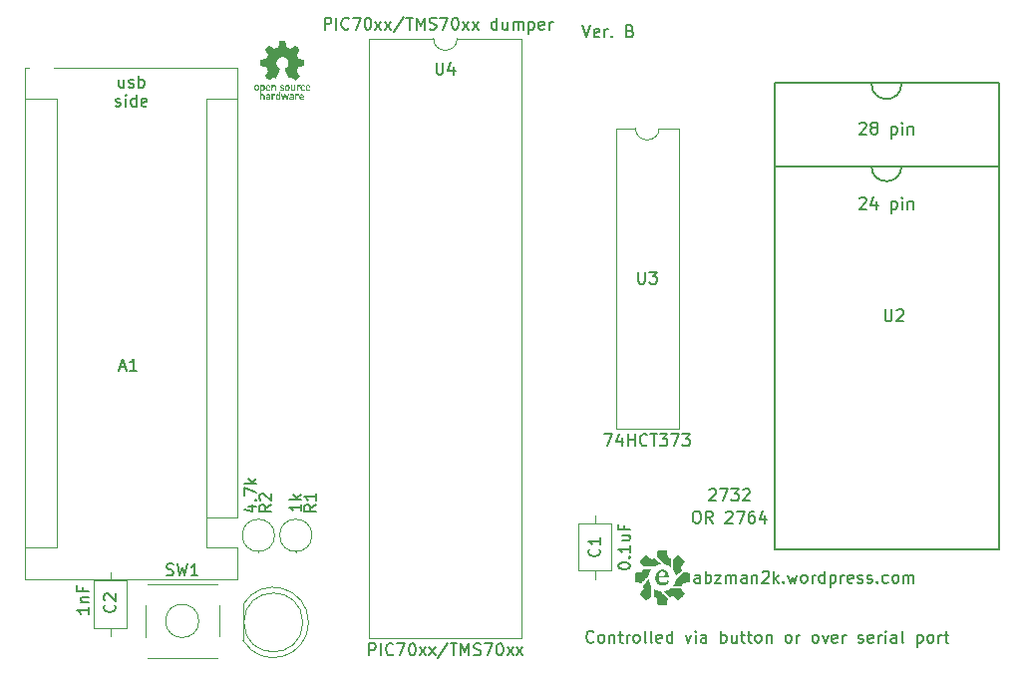
<source format=gto>
%TF.GenerationSoftware,KiCad,Pcbnew,(6.0.0)*%
%TF.CreationDate,2023-01-29T20:34:43-05:00*%
%TF.ProjectId,dumper,64756d70-6572-42e6-9b69-6361645f7063,rev?*%
%TF.SameCoordinates,Original*%
%TF.FileFunction,Legend,Top*%
%TF.FilePolarity,Positive*%
%FSLAX46Y46*%
G04 Gerber Fmt 4.6, Leading zero omitted, Abs format (unit mm)*
G04 Created by KiCad (PCBNEW (6.0.0)) date 2023-01-29 20:34:43*
%MOMM*%
%LPD*%
G01*
G04 APERTURE LIST*
%ADD10C,0.150000*%
%ADD11C,0.120000*%
%ADD12C,0.152400*%
%ADD13C,1.700000*%
%ADD14R,1.600000X1.600000*%
%ADD15O,1.600000X1.600000*%
%ADD16C,1.600000*%
%ADD17R,1.295400X1.295400*%
%ADD18C,1.295400*%
%ADD19C,3.200000*%
%ADD20R,1.800000X1.800000*%
%ADD21C,1.800000*%
G04 APERTURE END LIST*
D10*
X140325000Y-107950000D02*
X159375000Y-107950000D01*
X148580000Y-100965000D02*
G75*
G03*
X151120000Y-100965000I1270000J0D01*
G01*
X148580000Y-107950000D02*
G75*
G03*
X151120000Y-107950000I1270000J0D01*
G01*
X124047523Y-95972380D02*
X124380857Y-96972380D01*
X124714190Y-95972380D01*
X125428476Y-96924761D02*
X125333238Y-96972380D01*
X125142761Y-96972380D01*
X125047523Y-96924761D01*
X124999904Y-96829523D01*
X124999904Y-96448571D01*
X125047523Y-96353333D01*
X125142761Y-96305714D01*
X125333238Y-96305714D01*
X125428476Y-96353333D01*
X125476095Y-96448571D01*
X125476095Y-96543809D01*
X124999904Y-96639047D01*
X125904666Y-96972380D02*
X125904666Y-96305714D01*
X125904666Y-96496190D02*
X125952285Y-96400952D01*
X125999904Y-96353333D01*
X126095142Y-96305714D01*
X126190380Y-96305714D01*
X126523714Y-96877142D02*
X126571333Y-96924761D01*
X126523714Y-96972380D01*
X126476095Y-96924761D01*
X126523714Y-96877142D01*
X126523714Y-96972380D01*
X128095142Y-96448571D02*
X128238000Y-96496190D01*
X128285619Y-96543809D01*
X128333238Y-96639047D01*
X128333238Y-96781904D01*
X128285619Y-96877142D01*
X128238000Y-96924761D01*
X128142761Y-96972380D01*
X127761809Y-96972380D01*
X127761809Y-95972380D01*
X128095142Y-95972380D01*
X128190380Y-96020000D01*
X128238000Y-96067619D01*
X128285619Y-96162857D01*
X128285619Y-96258095D01*
X128238000Y-96353333D01*
X128190380Y-96400952D01*
X128095142Y-96448571D01*
X127761809Y-96448571D01*
X134017857Y-143327380D02*
X134017857Y-142803571D01*
X133970238Y-142708333D01*
X133875000Y-142660714D01*
X133684523Y-142660714D01*
X133589285Y-142708333D01*
X134017857Y-143279761D02*
X133922619Y-143327380D01*
X133684523Y-143327380D01*
X133589285Y-143279761D01*
X133541666Y-143184523D01*
X133541666Y-143089285D01*
X133589285Y-142994047D01*
X133684523Y-142946428D01*
X133922619Y-142946428D01*
X134017857Y-142898809D01*
X134494047Y-143327380D02*
X134494047Y-142327380D01*
X134494047Y-142708333D02*
X134589285Y-142660714D01*
X134779761Y-142660714D01*
X134875000Y-142708333D01*
X134922619Y-142755952D01*
X134970238Y-142851190D01*
X134970238Y-143136904D01*
X134922619Y-143232142D01*
X134875000Y-143279761D01*
X134779761Y-143327380D01*
X134589285Y-143327380D01*
X134494047Y-143279761D01*
X135303571Y-142660714D02*
X135827380Y-142660714D01*
X135303571Y-143327380D01*
X135827380Y-143327380D01*
X136208333Y-143327380D02*
X136208333Y-142660714D01*
X136208333Y-142755952D02*
X136255952Y-142708333D01*
X136351190Y-142660714D01*
X136494047Y-142660714D01*
X136589285Y-142708333D01*
X136636904Y-142803571D01*
X136636904Y-143327380D01*
X136636904Y-142803571D02*
X136684523Y-142708333D01*
X136779761Y-142660714D01*
X136922619Y-142660714D01*
X137017857Y-142708333D01*
X137065476Y-142803571D01*
X137065476Y-143327380D01*
X137970238Y-143327380D02*
X137970238Y-142803571D01*
X137922619Y-142708333D01*
X137827380Y-142660714D01*
X137636904Y-142660714D01*
X137541666Y-142708333D01*
X137970238Y-143279761D02*
X137875000Y-143327380D01*
X137636904Y-143327380D01*
X137541666Y-143279761D01*
X137494047Y-143184523D01*
X137494047Y-143089285D01*
X137541666Y-142994047D01*
X137636904Y-142946428D01*
X137875000Y-142946428D01*
X137970238Y-142898809D01*
X138446428Y-142660714D02*
X138446428Y-143327380D01*
X138446428Y-142755952D02*
X138494047Y-142708333D01*
X138589285Y-142660714D01*
X138732142Y-142660714D01*
X138827380Y-142708333D01*
X138875000Y-142803571D01*
X138875000Y-143327380D01*
X139303571Y-142422619D02*
X139351190Y-142375000D01*
X139446428Y-142327380D01*
X139684523Y-142327380D01*
X139779761Y-142375000D01*
X139827380Y-142422619D01*
X139875000Y-142517857D01*
X139875000Y-142613095D01*
X139827380Y-142755952D01*
X139255952Y-143327380D01*
X139875000Y-143327380D01*
X140303571Y-143327380D02*
X140303571Y-142327380D01*
X140398809Y-142946428D02*
X140684523Y-143327380D01*
X140684523Y-142660714D02*
X140303571Y-143041666D01*
X141113095Y-143232142D02*
X141160714Y-143279761D01*
X141113095Y-143327380D01*
X141065476Y-143279761D01*
X141113095Y-143232142D01*
X141113095Y-143327380D01*
X141494047Y-142660714D02*
X141684523Y-143327380D01*
X141875000Y-142851190D01*
X142065476Y-143327380D01*
X142255952Y-142660714D01*
X142779761Y-143327380D02*
X142684523Y-143279761D01*
X142636904Y-143232142D01*
X142589285Y-143136904D01*
X142589285Y-142851190D01*
X142636904Y-142755952D01*
X142684523Y-142708333D01*
X142779761Y-142660714D01*
X142922619Y-142660714D01*
X143017857Y-142708333D01*
X143065476Y-142755952D01*
X143113095Y-142851190D01*
X143113095Y-143136904D01*
X143065476Y-143232142D01*
X143017857Y-143279761D01*
X142922619Y-143327380D01*
X142779761Y-143327380D01*
X143541666Y-143327380D02*
X143541666Y-142660714D01*
X143541666Y-142851190D02*
X143589285Y-142755952D01*
X143636904Y-142708333D01*
X143732142Y-142660714D01*
X143827380Y-142660714D01*
X144589285Y-143327380D02*
X144589285Y-142327380D01*
X144589285Y-143279761D02*
X144494047Y-143327380D01*
X144303571Y-143327380D01*
X144208333Y-143279761D01*
X144160714Y-143232142D01*
X144113095Y-143136904D01*
X144113095Y-142851190D01*
X144160714Y-142755952D01*
X144208333Y-142708333D01*
X144303571Y-142660714D01*
X144494047Y-142660714D01*
X144589285Y-142708333D01*
X145065476Y-142660714D02*
X145065476Y-143660714D01*
X145065476Y-142708333D02*
X145160714Y-142660714D01*
X145351190Y-142660714D01*
X145446428Y-142708333D01*
X145494047Y-142755952D01*
X145541666Y-142851190D01*
X145541666Y-143136904D01*
X145494047Y-143232142D01*
X145446428Y-143279761D01*
X145351190Y-143327380D01*
X145160714Y-143327380D01*
X145065476Y-143279761D01*
X145970238Y-143327380D02*
X145970238Y-142660714D01*
X145970238Y-142851190D02*
X146017857Y-142755952D01*
X146065476Y-142708333D01*
X146160714Y-142660714D01*
X146255952Y-142660714D01*
X146970238Y-143279761D02*
X146875000Y-143327380D01*
X146684523Y-143327380D01*
X146589285Y-143279761D01*
X146541666Y-143184523D01*
X146541666Y-142803571D01*
X146589285Y-142708333D01*
X146684523Y-142660714D01*
X146875000Y-142660714D01*
X146970238Y-142708333D01*
X147017857Y-142803571D01*
X147017857Y-142898809D01*
X146541666Y-142994047D01*
X147398809Y-143279761D02*
X147494047Y-143327380D01*
X147684523Y-143327380D01*
X147779761Y-143279761D01*
X147827380Y-143184523D01*
X147827380Y-143136904D01*
X147779761Y-143041666D01*
X147684523Y-142994047D01*
X147541666Y-142994047D01*
X147446428Y-142946428D01*
X147398809Y-142851190D01*
X147398809Y-142803571D01*
X147446428Y-142708333D01*
X147541666Y-142660714D01*
X147684523Y-142660714D01*
X147779761Y-142708333D01*
X148208333Y-143279761D02*
X148303571Y-143327380D01*
X148494047Y-143327380D01*
X148589285Y-143279761D01*
X148636904Y-143184523D01*
X148636904Y-143136904D01*
X148589285Y-143041666D01*
X148494047Y-142994047D01*
X148351190Y-142994047D01*
X148255952Y-142946428D01*
X148208333Y-142851190D01*
X148208333Y-142803571D01*
X148255952Y-142708333D01*
X148351190Y-142660714D01*
X148494047Y-142660714D01*
X148589285Y-142708333D01*
X149065476Y-143232142D02*
X149113095Y-143279761D01*
X149065476Y-143327380D01*
X149017857Y-143279761D01*
X149065476Y-143232142D01*
X149065476Y-143327380D01*
X149970238Y-143279761D02*
X149875000Y-143327380D01*
X149684523Y-143327380D01*
X149589285Y-143279761D01*
X149541666Y-143232142D01*
X149494047Y-143136904D01*
X149494047Y-142851190D01*
X149541666Y-142755952D01*
X149589285Y-142708333D01*
X149684523Y-142660714D01*
X149875000Y-142660714D01*
X149970238Y-142708333D01*
X150541666Y-143327380D02*
X150446428Y-143279761D01*
X150398809Y-143232142D01*
X150351190Y-143136904D01*
X150351190Y-142851190D01*
X150398809Y-142755952D01*
X150446428Y-142708333D01*
X150541666Y-142660714D01*
X150684523Y-142660714D01*
X150779761Y-142708333D01*
X150827380Y-142755952D01*
X150875000Y-142851190D01*
X150875000Y-143136904D01*
X150827380Y-143232142D01*
X150779761Y-143279761D01*
X150684523Y-143327380D01*
X150541666Y-143327380D01*
X151303571Y-143327380D02*
X151303571Y-142660714D01*
X151303571Y-142755952D02*
X151351190Y-142708333D01*
X151446428Y-142660714D01*
X151589285Y-142660714D01*
X151684523Y-142708333D01*
X151732142Y-142803571D01*
X151732142Y-143327380D01*
X151732142Y-142803571D02*
X151779761Y-142708333D01*
X151875000Y-142660714D01*
X152017857Y-142660714D01*
X152113095Y-142708333D01*
X152160714Y-142803571D01*
X152160714Y-143327380D01*
X102140952Y-96337380D02*
X102140952Y-95337380D01*
X102521904Y-95337380D01*
X102617142Y-95385000D01*
X102664761Y-95432619D01*
X102712380Y-95527857D01*
X102712380Y-95670714D01*
X102664761Y-95765952D01*
X102617142Y-95813571D01*
X102521904Y-95861190D01*
X102140952Y-95861190D01*
X103140952Y-96337380D02*
X103140952Y-95337380D01*
X104188571Y-96242142D02*
X104140952Y-96289761D01*
X103998095Y-96337380D01*
X103902857Y-96337380D01*
X103759999Y-96289761D01*
X103664761Y-96194523D01*
X103617142Y-96099285D01*
X103569523Y-95908809D01*
X103569523Y-95765952D01*
X103617142Y-95575476D01*
X103664761Y-95480238D01*
X103759999Y-95385000D01*
X103902857Y-95337380D01*
X103998095Y-95337380D01*
X104140952Y-95385000D01*
X104188571Y-95432619D01*
X104521904Y-95337380D02*
X105188571Y-95337380D01*
X104759999Y-96337380D01*
X105759999Y-95337380D02*
X105855238Y-95337380D01*
X105950476Y-95385000D01*
X105998095Y-95432619D01*
X106045714Y-95527857D01*
X106093333Y-95718333D01*
X106093333Y-95956428D01*
X106045714Y-96146904D01*
X105998095Y-96242142D01*
X105950476Y-96289761D01*
X105855238Y-96337380D01*
X105759999Y-96337380D01*
X105664761Y-96289761D01*
X105617142Y-96242142D01*
X105569523Y-96146904D01*
X105521904Y-95956428D01*
X105521904Y-95718333D01*
X105569523Y-95527857D01*
X105617142Y-95432619D01*
X105664761Y-95385000D01*
X105759999Y-95337380D01*
X106426666Y-96337380D02*
X106950476Y-95670714D01*
X106426666Y-95670714D02*
X106950476Y-96337380D01*
X107236190Y-96337380D02*
X107759999Y-95670714D01*
X107236190Y-95670714D02*
X107759999Y-96337380D01*
X108855238Y-95289761D02*
X107998095Y-96575476D01*
X109045714Y-95337380D02*
X109617142Y-95337380D01*
X109331428Y-96337380D02*
X109331428Y-95337380D01*
X109950476Y-96337380D02*
X109950476Y-95337380D01*
X110283809Y-96051666D01*
X110617142Y-95337380D01*
X110617142Y-96337380D01*
X111045714Y-96289761D02*
X111188571Y-96337380D01*
X111426666Y-96337380D01*
X111521904Y-96289761D01*
X111569523Y-96242142D01*
X111617142Y-96146904D01*
X111617142Y-96051666D01*
X111569523Y-95956428D01*
X111521904Y-95908809D01*
X111426666Y-95861190D01*
X111236190Y-95813571D01*
X111140952Y-95765952D01*
X111093333Y-95718333D01*
X111045714Y-95623095D01*
X111045714Y-95527857D01*
X111093333Y-95432619D01*
X111140952Y-95385000D01*
X111236190Y-95337380D01*
X111474285Y-95337380D01*
X111617142Y-95385000D01*
X111950476Y-95337380D02*
X112617142Y-95337380D01*
X112188571Y-96337380D01*
X113188571Y-95337380D02*
X113283809Y-95337380D01*
X113379047Y-95385000D01*
X113426666Y-95432619D01*
X113474285Y-95527857D01*
X113521904Y-95718333D01*
X113521904Y-95956428D01*
X113474285Y-96146904D01*
X113426666Y-96242142D01*
X113379047Y-96289761D01*
X113283809Y-96337380D01*
X113188571Y-96337380D01*
X113093333Y-96289761D01*
X113045714Y-96242142D01*
X112998095Y-96146904D01*
X112950476Y-95956428D01*
X112950476Y-95718333D01*
X112998095Y-95527857D01*
X113045714Y-95432619D01*
X113093333Y-95385000D01*
X113188571Y-95337380D01*
X113855238Y-96337380D02*
X114379047Y-95670714D01*
X113855238Y-95670714D02*
X114379047Y-96337380D01*
X114664761Y-96337380D02*
X115188571Y-95670714D01*
X114664761Y-95670714D02*
X115188571Y-96337380D01*
X116759999Y-96337380D02*
X116759999Y-95337380D01*
X116759999Y-96289761D02*
X116664761Y-96337380D01*
X116474285Y-96337380D01*
X116379047Y-96289761D01*
X116331428Y-96242142D01*
X116283809Y-96146904D01*
X116283809Y-95861190D01*
X116331428Y-95765952D01*
X116379047Y-95718333D01*
X116474285Y-95670714D01*
X116664761Y-95670714D01*
X116759999Y-95718333D01*
X117664761Y-95670714D02*
X117664761Y-96337380D01*
X117236190Y-95670714D02*
X117236190Y-96194523D01*
X117283809Y-96289761D01*
X117379047Y-96337380D01*
X117521904Y-96337380D01*
X117617142Y-96289761D01*
X117664761Y-96242142D01*
X118140952Y-96337380D02*
X118140952Y-95670714D01*
X118140952Y-95765952D02*
X118188571Y-95718333D01*
X118283809Y-95670714D01*
X118426666Y-95670714D01*
X118521904Y-95718333D01*
X118569523Y-95813571D01*
X118569523Y-96337380D01*
X118569523Y-95813571D02*
X118617142Y-95718333D01*
X118712380Y-95670714D01*
X118855238Y-95670714D01*
X118950476Y-95718333D01*
X118998095Y-95813571D01*
X118998095Y-96337380D01*
X119474285Y-95670714D02*
X119474285Y-96670714D01*
X119474285Y-95718333D02*
X119569523Y-95670714D01*
X119759999Y-95670714D01*
X119855238Y-95718333D01*
X119902857Y-95765952D01*
X119950476Y-95861190D01*
X119950476Y-96146904D01*
X119902857Y-96242142D01*
X119855238Y-96289761D01*
X119759999Y-96337380D01*
X119569523Y-96337380D01*
X119474285Y-96289761D01*
X120759999Y-96289761D02*
X120664761Y-96337380D01*
X120474285Y-96337380D01*
X120379047Y-96289761D01*
X120331428Y-96194523D01*
X120331428Y-95813571D01*
X120379047Y-95718333D01*
X120474285Y-95670714D01*
X120664761Y-95670714D01*
X120759999Y-95718333D01*
X120807619Y-95813571D01*
X120807619Y-95908809D01*
X120331428Y-96004047D01*
X121236190Y-96337380D02*
X121236190Y-95670714D01*
X121236190Y-95861190D02*
X121283809Y-95765952D01*
X121331428Y-95718333D01*
X121426666Y-95670714D01*
X121521904Y-95670714D01*
X85082142Y-100580714D02*
X85082142Y-101247380D01*
X84653571Y-100580714D02*
X84653571Y-101104523D01*
X84701190Y-101199761D01*
X84796428Y-101247380D01*
X84939285Y-101247380D01*
X85034523Y-101199761D01*
X85082142Y-101152142D01*
X85510714Y-101199761D02*
X85605952Y-101247380D01*
X85796428Y-101247380D01*
X85891666Y-101199761D01*
X85939285Y-101104523D01*
X85939285Y-101056904D01*
X85891666Y-100961666D01*
X85796428Y-100914047D01*
X85653571Y-100914047D01*
X85558333Y-100866428D01*
X85510714Y-100771190D01*
X85510714Y-100723571D01*
X85558333Y-100628333D01*
X85653571Y-100580714D01*
X85796428Y-100580714D01*
X85891666Y-100628333D01*
X86367857Y-101247380D02*
X86367857Y-100247380D01*
X86367857Y-100628333D02*
X86463095Y-100580714D01*
X86653571Y-100580714D01*
X86748809Y-100628333D01*
X86796428Y-100675952D01*
X86844047Y-100771190D01*
X86844047Y-101056904D01*
X86796428Y-101152142D01*
X86748809Y-101199761D01*
X86653571Y-101247380D01*
X86463095Y-101247380D01*
X86367857Y-101199761D01*
X84391666Y-102809761D02*
X84486904Y-102857380D01*
X84677380Y-102857380D01*
X84772619Y-102809761D01*
X84820238Y-102714523D01*
X84820238Y-102666904D01*
X84772619Y-102571666D01*
X84677380Y-102524047D01*
X84534523Y-102524047D01*
X84439285Y-102476428D01*
X84391666Y-102381190D01*
X84391666Y-102333571D01*
X84439285Y-102238333D01*
X84534523Y-102190714D01*
X84677380Y-102190714D01*
X84772619Y-102238333D01*
X85248809Y-102857380D02*
X85248809Y-102190714D01*
X85248809Y-101857380D02*
X85201190Y-101905000D01*
X85248809Y-101952619D01*
X85296428Y-101905000D01*
X85248809Y-101857380D01*
X85248809Y-101952619D01*
X86153571Y-102857380D02*
X86153571Y-101857380D01*
X86153571Y-102809761D02*
X86058333Y-102857380D01*
X85867857Y-102857380D01*
X85772619Y-102809761D01*
X85725000Y-102762142D01*
X85677380Y-102666904D01*
X85677380Y-102381190D01*
X85725000Y-102285952D01*
X85772619Y-102238333D01*
X85867857Y-102190714D01*
X86058333Y-102190714D01*
X86153571Y-102238333D01*
X87010714Y-102809761D02*
X86915476Y-102857380D01*
X86725000Y-102857380D01*
X86629761Y-102809761D01*
X86582142Y-102714523D01*
X86582142Y-102333571D01*
X86629761Y-102238333D01*
X86725000Y-102190714D01*
X86915476Y-102190714D01*
X87010714Y-102238333D01*
X87058333Y-102333571D01*
X87058333Y-102428809D01*
X86582142Y-102524047D01*
X147564285Y-104322619D02*
X147611904Y-104275000D01*
X147707142Y-104227380D01*
X147945238Y-104227380D01*
X148040476Y-104275000D01*
X148088095Y-104322619D01*
X148135714Y-104417857D01*
X148135714Y-104513095D01*
X148088095Y-104655952D01*
X147516666Y-105227380D01*
X148135714Y-105227380D01*
X148707142Y-104655952D02*
X148611904Y-104608333D01*
X148564285Y-104560714D01*
X148516666Y-104465476D01*
X148516666Y-104417857D01*
X148564285Y-104322619D01*
X148611904Y-104275000D01*
X148707142Y-104227380D01*
X148897619Y-104227380D01*
X148992857Y-104275000D01*
X149040476Y-104322619D01*
X149088095Y-104417857D01*
X149088095Y-104465476D01*
X149040476Y-104560714D01*
X148992857Y-104608333D01*
X148897619Y-104655952D01*
X148707142Y-104655952D01*
X148611904Y-104703571D01*
X148564285Y-104751190D01*
X148516666Y-104846428D01*
X148516666Y-105036904D01*
X148564285Y-105132142D01*
X148611904Y-105179761D01*
X148707142Y-105227380D01*
X148897619Y-105227380D01*
X148992857Y-105179761D01*
X149040476Y-105132142D01*
X149088095Y-105036904D01*
X149088095Y-104846428D01*
X149040476Y-104751190D01*
X148992857Y-104703571D01*
X148897619Y-104655952D01*
X150278571Y-104560714D02*
X150278571Y-105560714D01*
X150278571Y-104608333D02*
X150373809Y-104560714D01*
X150564285Y-104560714D01*
X150659523Y-104608333D01*
X150707142Y-104655952D01*
X150754761Y-104751190D01*
X150754761Y-105036904D01*
X150707142Y-105132142D01*
X150659523Y-105179761D01*
X150564285Y-105227380D01*
X150373809Y-105227380D01*
X150278571Y-105179761D01*
X151183333Y-105227380D02*
X151183333Y-104560714D01*
X151183333Y-104227380D02*
X151135714Y-104275000D01*
X151183333Y-104322619D01*
X151230952Y-104275000D01*
X151183333Y-104227380D01*
X151183333Y-104322619D01*
X151659523Y-104560714D02*
X151659523Y-105227380D01*
X151659523Y-104655952D02*
X151707142Y-104608333D01*
X151802380Y-104560714D01*
X151945238Y-104560714D01*
X152040476Y-104608333D01*
X152088095Y-104703571D01*
X152088095Y-105227380D01*
X147564285Y-110672619D02*
X147611904Y-110625000D01*
X147707142Y-110577380D01*
X147945238Y-110577380D01*
X148040476Y-110625000D01*
X148088095Y-110672619D01*
X148135714Y-110767857D01*
X148135714Y-110863095D01*
X148088095Y-111005952D01*
X147516666Y-111577380D01*
X148135714Y-111577380D01*
X148992857Y-110910714D02*
X148992857Y-111577380D01*
X148754761Y-110529761D02*
X148516666Y-111244047D01*
X149135714Y-111244047D01*
X150278571Y-110910714D02*
X150278571Y-111910714D01*
X150278571Y-110958333D02*
X150373809Y-110910714D01*
X150564285Y-110910714D01*
X150659523Y-110958333D01*
X150707142Y-111005952D01*
X150754761Y-111101190D01*
X150754761Y-111386904D01*
X150707142Y-111482142D01*
X150659523Y-111529761D01*
X150564285Y-111577380D01*
X150373809Y-111577380D01*
X150278571Y-111529761D01*
X151183333Y-111577380D02*
X151183333Y-110910714D01*
X151183333Y-110577380D02*
X151135714Y-110625000D01*
X151183333Y-110672619D01*
X151230952Y-110625000D01*
X151183333Y-110577380D01*
X151183333Y-110672619D01*
X151659523Y-110910714D02*
X151659523Y-111577380D01*
X151659523Y-111005952D02*
X151707142Y-110958333D01*
X151802380Y-110910714D01*
X151945238Y-110910714D01*
X152040476Y-110958333D01*
X152088095Y-111053571D01*
X152088095Y-111577380D01*
X133644047Y-137247380D02*
X133834523Y-137247380D01*
X133929761Y-137295000D01*
X134025000Y-137390238D01*
X134072619Y-137580714D01*
X134072619Y-137914047D01*
X134025000Y-138104523D01*
X133929761Y-138199761D01*
X133834523Y-138247380D01*
X133644047Y-138247380D01*
X133548809Y-138199761D01*
X133453571Y-138104523D01*
X133405952Y-137914047D01*
X133405952Y-137580714D01*
X133453571Y-137390238D01*
X133548809Y-137295000D01*
X133644047Y-137247380D01*
X135072619Y-138247380D02*
X134739285Y-137771190D01*
X134501190Y-138247380D02*
X134501190Y-137247380D01*
X134882142Y-137247380D01*
X134977380Y-137295000D01*
X135025000Y-137342619D01*
X135072619Y-137437857D01*
X135072619Y-137580714D01*
X135025000Y-137675952D01*
X134977380Y-137723571D01*
X134882142Y-137771190D01*
X134501190Y-137771190D01*
X136215476Y-137342619D02*
X136263095Y-137295000D01*
X136358333Y-137247380D01*
X136596428Y-137247380D01*
X136691666Y-137295000D01*
X136739285Y-137342619D01*
X136786904Y-137437857D01*
X136786904Y-137533095D01*
X136739285Y-137675952D01*
X136167857Y-138247380D01*
X136786904Y-138247380D01*
X137120238Y-137247380D02*
X137786904Y-137247380D01*
X137358333Y-138247380D01*
X138596428Y-137247380D02*
X138405952Y-137247380D01*
X138310714Y-137295000D01*
X138263095Y-137342619D01*
X138167857Y-137485476D01*
X138120238Y-137675952D01*
X138120238Y-138056904D01*
X138167857Y-138152142D01*
X138215476Y-138199761D01*
X138310714Y-138247380D01*
X138501190Y-138247380D01*
X138596428Y-138199761D01*
X138644047Y-138152142D01*
X138691666Y-138056904D01*
X138691666Y-137818809D01*
X138644047Y-137723571D01*
X138596428Y-137675952D01*
X138501190Y-137628333D01*
X138310714Y-137628333D01*
X138215476Y-137675952D01*
X138167857Y-137723571D01*
X138120238Y-137818809D01*
X139548809Y-137580714D02*
X139548809Y-138247380D01*
X139310714Y-137199761D02*
X139072619Y-137914047D01*
X139691666Y-137914047D01*
X124985714Y-148312142D02*
X124938095Y-148359761D01*
X124795238Y-148407380D01*
X124700000Y-148407380D01*
X124557142Y-148359761D01*
X124461904Y-148264523D01*
X124414285Y-148169285D01*
X124366666Y-147978809D01*
X124366666Y-147835952D01*
X124414285Y-147645476D01*
X124461904Y-147550238D01*
X124557142Y-147455000D01*
X124700000Y-147407380D01*
X124795238Y-147407380D01*
X124938095Y-147455000D01*
X124985714Y-147502619D01*
X125557142Y-148407380D02*
X125461904Y-148359761D01*
X125414285Y-148312142D01*
X125366666Y-148216904D01*
X125366666Y-147931190D01*
X125414285Y-147835952D01*
X125461904Y-147788333D01*
X125557142Y-147740714D01*
X125700000Y-147740714D01*
X125795238Y-147788333D01*
X125842857Y-147835952D01*
X125890476Y-147931190D01*
X125890476Y-148216904D01*
X125842857Y-148312142D01*
X125795238Y-148359761D01*
X125700000Y-148407380D01*
X125557142Y-148407380D01*
X126319047Y-147740714D02*
X126319047Y-148407380D01*
X126319047Y-147835952D02*
X126366666Y-147788333D01*
X126461904Y-147740714D01*
X126604761Y-147740714D01*
X126700000Y-147788333D01*
X126747619Y-147883571D01*
X126747619Y-148407380D01*
X127080952Y-147740714D02*
X127461904Y-147740714D01*
X127223809Y-147407380D02*
X127223809Y-148264523D01*
X127271428Y-148359761D01*
X127366666Y-148407380D01*
X127461904Y-148407380D01*
X127795238Y-148407380D02*
X127795238Y-147740714D01*
X127795238Y-147931190D02*
X127842857Y-147835952D01*
X127890476Y-147788333D01*
X127985714Y-147740714D01*
X128080952Y-147740714D01*
X128557142Y-148407380D02*
X128461904Y-148359761D01*
X128414285Y-148312142D01*
X128366666Y-148216904D01*
X128366666Y-147931190D01*
X128414285Y-147835952D01*
X128461904Y-147788333D01*
X128557142Y-147740714D01*
X128700000Y-147740714D01*
X128795238Y-147788333D01*
X128842857Y-147835952D01*
X128890476Y-147931190D01*
X128890476Y-148216904D01*
X128842857Y-148312142D01*
X128795238Y-148359761D01*
X128700000Y-148407380D01*
X128557142Y-148407380D01*
X129461904Y-148407380D02*
X129366666Y-148359761D01*
X129319047Y-148264523D01*
X129319047Y-147407380D01*
X129985714Y-148407380D02*
X129890476Y-148359761D01*
X129842857Y-148264523D01*
X129842857Y-147407380D01*
X130747619Y-148359761D02*
X130652380Y-148407380D01*
X130461904Y-148407380D01*
X130366666Y-148359761D01*
X130319047Y-148264523D01*
X130319047Y-147883571D01*
X130366666Y-147788333D01*
X130461904Y-147740714D01*
X130652380Y-147740714D01*
X130747619Y-147788333D01*
X130795238Y-147883571D01*
X130795238Y-147978809D01*
X130319047Y-148074047D01*
X131652380Y-148407380D02*
X131652380Y-147407380D01*
X131652380Y-148359761D02*
X131557142Y-148407380D01*
X131366666Y-148407380D01*
X131271428Y-148359761D01*
X131223809Y-148312142D01*
X131176190Y-148216904D01*
X131176190Y-147931190D01*
X131223809Y-147835952D01*
X131271428Y-147788333D01*
X131366666Y-147740714D01*
X131557142Y-147740714D01*
X131652380Y-147788333D01*
X132795238Y-147740714D02*
X133033333Y-148407380D01*
X133271428Y-147740714D01*
X133652380Y-148407380D02*
X133652380Y-147740714D01*
X133652380Y-147407380D02*
X133604761Y-147455000D01*
X133652380Y-147502619D01*
X133700000Y-147455000D01*
X133652380Y-147407380D01*
X133652380Y-147502619D01*
X134557142Y-148407380D02*
X134557142Y-147883571D01*
X134509523Y-147788333D01*
X134414285Y-147740714D01*
X134223809Y-147740714D01*
X134128571Y-147788333D01*
X134557142Y-148359761D02*
X134461904Y-148407380D01*
X134223809Y-148407380D01*
X134128571Y-148359761D01*
X134080952Y-148264523D01*
X134080952Y-148169285D01*
X134128571Y-148074047D01*
X134223809Y-148026428D01*
X134461904Y-148026428D01*
X134557142Y-147978809D01*
X135795238Y-148407380D02*
X135795238Y-147407380D01*
X135795238Y-147788333D02*
X135890476Y-147740714D01*
X136080952Y-147740714D01*
X136176190Y-147788333D01*
X136223809Y-147835952D01*
X136271428Y-147931190D01*
X136271428Y-148216904D01*
X136223809Y-148312142D01*
X136176190Y-148359761D01*
X136080952Y-148407380D01*
X135890476Y-148407380D01*
X135795238Y-148359761D01*
X137128571Y-147740714D02*
X137128571Y-148407380D01*
X136700000Y-147740714D02*
X136700000Y-148264523D01*
X136747619Y-148359761D01*
X136842857Y-148407380D01*
X136985714Y-148407380D01*
X137080952Y-148359761D01*
X137128571Y-148312142D01*
X137461904Y-147740714D02*
X137842857Y-147740714D01*
X137604761Y-147407380D02*
X137604761Y-148264523D01*
X137652380Y-148359761D01*
X137747619Y-148407380D01*
X137842857Y-148407380D01*
X138033333Y-147740714D02*
X138414285Y-147740714D01*
X138176190Y-147407380D02*
X138176190Y-148264523D01*
X138223809Y-148359761D01*
X138319047Y-148407380D01*
X138414285Y-148407380D01*
X138890476Y-148407380D02*
X138795238Y-148359761D01*
X138747619Y-148312142D01*
X138700000Y-148216904D01*
X138700000Y-147931190D01*
X138747619Y-147835952D01*
X138795238Y-147788333D01*
X138890476Y-147740714D01*
X139033333Y-147740714D01*
X139128571Y-147788333D01*
X139176190Y-147835952D01*
X139223809Y-147931190D01*
X139223809Y-148216904D01*
X139176190Y-148312142D01*
X139128571Y-148359761D01*
X139033333Y-148407380D01*
X138890476Y-148407380D01*
X139652380Y-147740714D02*
X139652380Y-148407380D01*
X139652380Y-147835952D02*
X139700000Y-147788333D01*
X139795238Y-147740714D01*
X139938095Y-147740714D01*
X140033333Y-147788333D01*
X140080952Y-147883571D01*
X140080952Y-148407380D01*
X141461904Y-148407380D02*
X141366666Y-148359761D01*
X141319047Y-148312142D01*
X141271428Y-148216904D01*
X141271428Y-147931190D01*
X141319047Y-147835952D01*
X141366666Y-147788333D01*
X141461904Y-147740714D01*
X141604761Y-147740714D01*
X141700000Y-147788333D01*
X141747619Y-147835952D01*
X141795238Y-147931190D01*
X141795238Y-148216904D01*
X141747619Y-148312142D01*
X141700000Y-148359761D01*
X141604761Y-148407380D01*
X141461904Y-148407380D01*
X142223809Y-148407380D02*
X142223809Y-147740714D01*
X142223809Y-147931190D02*
X142271428Y-147835952D01*
X142319047Y-147788333D01*
X142414285Y-147740714D01*
X142509523Y-147740714D01*
X143747619Y-148407380D02*
X143652380Y-148359761D01*
X143604761Y-148312142D01*
X143557142Y-148216904D01*
X143557142Y-147931190D01*
X143604761Y-147835952D01*
X143652380Y-147788333D01*
X143747619Y-147740714D01*
X143890476Y-147740714D01*
X143985714Y-147788333D01*
X144033333Y-147835952D01*
X144080952Y-147931190D01*
X144080952Y-148216904D01*
X144033333Y-148312142D01*
X143985714Y-148359761D01*
X143890476Y-148407380D01*
X143747619Y-148407380D01*
X144414285Y-147740714D02*
X144652380Y-148407380D01*
X144890476Y-147740714D01*
X145652380Y-148359761D02*
X145557142Y-148407380D01*
X145366666Y-148407380D01*
X145271428Y-148359761D01*
X145223809Y-148264523D01*
X145223809Y-147883571D01*
X145271428Y-147788333D01*
X145366666Y-147740714D01*
X145557142Y-147740714D01*
X145652380Y-147788333D01*
X145700000Y-147883571D01*
X145700000Y-147978809D01*
X145223809Y-148074047D01*
X146128571Y-148407380D02*
X146128571Y-147740714D01*
X146128571Y-147931190D02*
X146176190Y-147835952D01*
X146223809Y-147788333D01*
X146319047Y-147740714D01*
X146414285Y-147740714D01*
X147461904Y-148359761D02*
X147557142Y-148407380D01*
X147747619Y-148407380D01*
X147842857Y-148359761D01*
X147890476Y-148264523D01*
X147890476Y-148216904D01*
X147842857Y-148121666D01*
X147747619Y-148074047D01*
X147604761Y-148074047D01*
X147509523Y-148026428D01*
X147461904Y-147931190D01*
X147461904Y-147883571D01*
X147509523Y-147788333D01*
X147604761Y-147740714D01*
X147747619Y-147740714D01*
X147842857Y-147788333D01*
X148700000Y-148359761D02*
X148604761Y-148407380D01*
X148414285Y-148407380D01*
X148319047Y-148359761D01*
X148271428Y-148264523D01*
X148271428Y-147883571D01*
X148319047Y-147788333D01*
X148414285Y-147740714D01*
X148604761Y-147740714D01*
X148700000Y-147788333D01*
X148747619Y-147883571D01*
X148747619Y-147978809D01*
X148271428Y-148074047D01*
X149176190Y-148407380D02*
X149176190Y-147740714D01*
X149176190Y-147931190D02*
X149223809Y-147835952D01*
X149271428Y-147788333D01*
X149366666Y-147740714D01*
X149461904Y-147740714D01*
X149795238Y-148407380D02*
X149795238Y-147740714D01*
X149795238Y-147407380D02*
X149747619Y-147455000D01*
X149795238Y-147502619D01*
X149842857Y-147455000D01*
X149795238Y-147407380D01*
X149795238Y-147502619D01*
X150700000Y-148407380D02*
X150700000Y-147883571D01*
X150652380Y-147788333D01*
X150557142Y-147740714D01*
X150366666Y-147740714D01*
X150271428Y-147788333D01*
X150700000Y-148359761D02*
X150604761Y-148407380D01*
X150366666Y-148407380D01*
X150271428Y-148359761D01*
X150223809Y-148264523D01*
X150223809Y-148169285D01*
X150271428Y-148074047D01*
X150366666Y-148026428D01*
X150604761Y-148026428D01*
X150700000Y-147978809D01*
X151319047Y-148407380D02*
X151223809Y-148359761D01*
X151176190Y-148264523D01*
X151176190Y-147407380D01*
X152461904Y-147740714D02*
X152461904Y-148740714D01*
X152461904Y-147788333D02*
X152557142Y-147740714D01*
X152747619Y-147740714D01*
X152842857Y-147788333D01*
X152890476Y-147835952D01*
X152938095Y-147931190D01*
X152938095Y-148216904D01*
X152890476Y-148312142D01*
X152842857Y-148359761D01*
X152747619Y-148407380D01*
X152557142Y-148407380D01*
X152461904Y-148359761D01*
X153509523Y-148407380D02*
X153414285Y-148359761D01*
X153366666Y-148312142D01*
X153319047Y-148216904D01*
X153319047Y-147931190D01*
X153366666Y-147835952D01*
X153414285Y-147788333D01*
X153509523Y-147740714D01*
X153652380Y-147740714D01*
X153747619Y-147788333D01*
X153795238Y-147835952D01*
X153842857Y-147931190D01*
X153842857Y-148216904D01*
X153795238Y-148312142D01*
X153747619Y-148359761D01*
X153652380Y-148407380D01*
X153509523Y-148407380D01*
X154271428Y-148407380D02*
X154271428Y-147740714D01*
X154271428Y-147931190D02*
X154319047Y-147835952D01*
X154366666Y-147788333D01*
X154461904Y-147740714D01*
X154557142Y-147740714D01*
X154747619Y-147740714D02*
X155128571Y-147740714D01*
X154890476Y-147407380D02*
X154890476Y-148264523D01*
X154938095Y-148359761D01*
X155033333Y-148407380D01*
X155128571Y-148407380D01*
%TO.C,SW1*%
X88709666Y-142644761D02*
X88852523Y-142692380D01*
X89090619Y-142692380D01*
X89185857Y-142644761D01*
X89233476Y-142597142D01*
X89281095Y-142501904D01*
X89281095Y-142406666D01*
X89233476Y-142311428D01*
X89185857Y-142263809D01*
X89090619Y-142216190D01*
X88900142Y-142168571D01*
X88804904Y-142120952D01*
X88757285Y-142073333D01*
X88709666Y-141978095D01*
X88709666Y-141882857D01*
X88757285Y-141787619D01*
X88804904Y-141740000D01*
X88900142Y-141692380D01*
X89138238Y-141692380D01*
X89281095Y-141740000D01*
X89614428Y-141692380D02*
X89852523Y-142692380D01*
X90043000Y-141978095D01*
X90233476Y-142692380D01*
X90471571Y-141692380D01*
X91376333Y-142692380D02*
X90804904Y-142692380D01*
X91090619Y-142692380D02*
X91090619Y-141692380D01*
X90995380Y-141835238D01*
X90900142Y-141930476D01*
X90804904Y-141978095D01*
%TO.C,U4*%
X111628095Y-99147380D02*
X111628095Y-99956904D01*
X111675714Y-100052142D01*
X111723333Y-100099761D01*
X111818571Y-100147380D01*
X112009047Y-100147380D01*
X112104285Y-100099761D01*
X112151904Y-100052142D01*
X112199523Y-99956904D01*
X112199523Y-99147380D01*
X113104285Y-99480714D02*
X113104285Y-100147380D01*
X112866190Y-99099761D02*
X112628095Y-99814047D01*
X113247142Y-99814047D01*
X105913809Y-149472380D02*
X105913809Y-148472380D01*
X106294761Y-148472380D01*
X106390000Y-148520000D01*
X106437619Y-148567619D01*
X106485238Y-148662857D01*
X106485238Y-148805714D01*
X106437619Y-148900952D01*
X106390000Y-148948571D01*
X106294761Y-148996190D01*
X105913809Y-148996190D01*
X106913809Y-149472380D02*
X106913809Y-148472380D01*
X107961428Y-149377142D02*
X107913809Y-149424761D01*
X107770952Y-149472380D01*
X107675714Y-149472380D01*
X107532857Y-149424761D01*
X107437619Y-149329523D01*
X107390000Y-149234285D01*
X107342380Y-149043809D01*
X107342380Y-148900952D01*
X107390000Y-148710476D01*
X107437619Y-148615238D01*
X107532857Y-148520000D01*
X107675714Y-148472380D01*
X107770952Y-148472380D01*
X107913809Y-148520000D01*
X107961428Y-148567619D01*
X108294761Y-148472380D02*
X108961428Y-148472380D01*
X108532857Y-149472380D01*
X109532857Y-148472380D02*
X109628095Y-148472380D01*
X109723333Y-148520000D01*
X109770952Y-148567619D01*
X109818571Y-148662857D01*
X109866190Y-148853333D01*
X109866190Y-149091428D01*
X109818571Y-149281904D01*
X109770952Y-149377142D01*
X109723333Y-149424761D01*
X109628095Y-149472380D01*
X109532857Y-149472380D01*
X109437619Y-149424761D01*
X109390000Y-149377142D01*
X109342380Y-149281904D01*
X109294761Y-149091428D01*
X109294761Y-148853333D01*
X109342380Y-148662857D01*
X109390000Y-148567619D01*
X109437619Y-148520000D01*
X109532857Y-148472380D01*
X110199523Y-149472380D02*
X110723333Y-148805714D01*
X110199523Y-148805714D02*
X110723333Y-149472380D01*
X111009047Y-149472380D02*
X111532857Y-148805714D01*
X111009047Y-148805714D02*
X111532857Y-149472380D01*
X112628095Y-148424761D02*
X111770952Y-149710476D01*
X112818571Y-148472380D02*
X113390000Y-148472380D01*
X113104285Y-149472380D02*
X113104285Y-148472380D01*
X113723333Y-149472380D02*
X113723333Y-148472380D01*
X114056666Y-149186666D01*
X114390000Y-148472380D01*
X114390000Y-149472380D01*
X114818571Y-149424761D02*
X114961428Y-149472380D01*
X115199523Y-149472380D01*
X115294761Y-149424761D01*
X115342380Y-149377142D01*
X115390000Y-149281904D01*
X115390000Y-149186666D01*
X115342380Y-149091428D01*
X115294761Y-149043809D01*
X115199523Y-148996190D01*
X115009047Y-148948571D01*
X114913809Y-148900952D01*
X114866190Y-148853333D01*
X114818571Y-148758095D01*
X114818571Y-148662857D01*
X114866190Y-148567619D01*
X114913809Y-148520000D01*
X115009047Y-148472380D01*
X115247142Y-148472380D01*
X115390000Y-148520000D01*
X115723333Y-148472380D02*
X116390000Y-148472380D01*
X115961428Y-149472380D01*
X116961428Y-148472380D02*
X117056666Y-148472380D01*
X117151904Y-148520000D01*
X117199523Y-148567619D01*
X117247142Y-148662857D01*
X117294761Y-148853333D01*
X117294761Y-149091428D01*
X117247142Y-149281904D01*
X117199523Y-149377142D01*
X117151904Y-149424761D01*
X117056666Y-149472380D01*
X116961428Y-149472380D01*
X116866190Y-149424761D01*
X116818571Y-149377142D01*
X116770952Y-149281904D01*
X116723333Y-149091428D01*
X116723333Y-148853333D01*
X116770952Y-148662857D01*
X116818571Y-148567619D01*
X116866190Y-148520000D01*
X116961428Y-148472380D01*
X117628095Y-149472380D02*
X118151904Y-148805714D01*
X117628095Y-148805714D02*
X118151904Y-149472380D01*
X118437619Y-149472380D02*
X118961428Y-148805714D01*
X118437619Y-148805714D02*
X118961428Y-149472380D01*
%TO.C,A1*%
X84756714Y-125007666D02*
X85232904Y-125007666D01*
X84661476Y-125293380D02*
X84994809Y-124293380D01*
X85328142Y-125293380D01*
X86185285Y-125293380D02*
X85613857Y-125293380D01*
X85899571Y-125293380D02*
X85899571Y-124293380D01*
X85804333Y-124436238D01*
X85709095Y-124531476D01*
X85613857Y-124579095D01*
%TO.C,R1*%
X101417380Y-136691666D02*
X100941190Y-137025000D01*
X101417380Y-137263095D02*
X100417380Y-137263095D01*
X100417380Y-136882142D01*
X100465000Y-136786904D01*
X100512619Y-136739285D01*
X100607857Y-136691666D01*
X100750714Y-136691666D01*
X100845952Y-136739285D01*
X100893571Y-136786904D01*
X100941190Y-136882142D01*
X100941190Y-137263095D01*
X101417380Y-135739285D02*
X101417380Y-136310714D01*
X101417380Y-136025000D02*
X100417380Y-136025000D01*
X100560238Y-136120238D01*
X100655476Y-136215476D01*
X100703095Y-136310714D01*
X100147380Y-136644047D02*
X100147380Y-137215476D01*
X100147380Y-136929761D02*
X99147380Y-136929761D01*
X99290238Y-137025000D01*
X99385476Y-137120238D01*
X99433095Y-137215476D01*
X100147380Y-136215476D02*
X99147380Y-136215476D01*
X99766428Y-136120238D02*
X100147380Y-135834523D01*
X99480714Y-135834523D02*
X99861666Y-136215476D01*
%TO.C,U2*%
X149723095Y-120102380D02*
X149723095Y-120911904D01*
X149770714Y-121007142D01*
X149818333Y-121054761D01*
X149913571Y-121102380D01*
X150104047Y-121102380D01*
X150199285Y-121054761D01*
X150246904Y-121007142D01*
X150294523Y-120911904D01*
X150294523Y-120102380D01*
X150723095Y-120197619D02*
X150770714Y-120150000D01*
X150865952Y-120102380D01*
X151104047Y-120102380D01*
X151199285Y-120150000D01*
X151246904Y-120197619D01*
X151294523Y-120292857D01*
X151294523Y-120388095D01*
X151246904Y-120530952D01*
X150675476Y-121102380D01*
X151294523Y-121102380D01*
X134810714Y-135437619D02*
X134858333Y-135390000D01*
X134953571Y-135342380D01*
X135191666Y-135342380D01*
X135286904Y-135390000D01*
X135334523Y-135437619D01*
X135382142Y-135532857D01*
X135382142Y-135628095D01*
X135334523Y-135770952D01*
X134763095Y-136342380D01*
X135382142Y-136342380D01*
X135715476Y-135342380D02*
X136382142Y-135342380D01*
X135953571Y-136342380D01*
X136667857Y-135342380D02*
X137286904Y-135342380D01*
X136953571Y-135723333D01*
X137096428Y-135723333D01*
X137191666Y-135770952D01*
X137239285Y-135818571D01*
X137286904Y-135913809D01*
X137286904Y-136151904D01*
X137239285Y-136247142D01*
X137191666Y-136294761D01*
X137096428Y-136342380D01*
X136810714Y-136342380D01*
X136715476Y-136294761D01*
X136667857Y-136247142D01*
X137667857Y-135437619D02*
X137715476Y-135390000D01*
X137810714Y-135342380D01*
X138048809Y-135342380D01*
X138144047Y-135390000D01*
X138191666Y-135437619D01*
X138239285Y-135532857D01*
X138239285Y-135628095D01*
X138191666Y-135770952D01*
X137620238Y-136342380D01*
X138239285Y-136342380D01*
%TO.C,C1*%
X125452142Y-140441666D02*
X125499761Y-140489285D01*
X125547380Y-140632142D01*
X125547380Y-140727380D01*
X125499761Y-140870238D01*
X125404523Y-140965476D01*
X125309285Y-141013095D01*
X125118809Y-141060714D01*
X124975952Y-141060714D01*
X124785476Y-141013095D01*
X124690238Y-140965476D01*
X124595000Y-140870238D01*
X124547380Y-140727380D01*
X124547380Y-140632142D01*
X124595000Y-140489285D01*
X124642619Y-140441666D01*
X125547380Y-139489285D02*
X125547380Y-140060714D01*
X125547380Y-139775000D02*
X124547380Y-139775000D01*
X124690238Y-139870238D01*
X124785476Y-139965476D01*
X124833095Y-140060714D01*
X127087380Y-141917857D02*
X127087380Y-141822619D01*
X127135000Y-141727380D01*
X127182619Y-141679761D01*
X127277857Y-141632142D01*
X127468333Y-141584523D01*
X127706428Y-141584523D01*
X127896904Y-141632142D01*
X127992142Y-141679761D01*
X128039761Y-141727380D01*
X128087380Y-141822619D01*
X128087380Y-141917857D01*
X128039761Y-142013095D01*
X127992142Y-142060714D01*
X127896904Y-142108333D01*
X127706428Y-142155952D01*
X127468333Y-142155952D01*
X127277857Y-142108333D01*
X127182619Y-142060714D01*
X127135000Y-142013095D01*
X127087380Y-141917857D01*
X127992142Y-141155952D02*
X128039761Y-141108333D01*
X128087380Y-141155952D01*
X128039761Y-141203571D01*
X127992142Y-141155952D01*
X128087380Y-141155952D01*
X128087380Y-140155952D02*
X128087380Y-140727380D01*
X128087380Y-140441666D02*
X127087380Y-140441666D01*
X127230238Y-140536904D01*
X127325476Y-140632142D01*
X127373095Y-140727380D01*
X127420714Y-139298809D02*
X128087380Y-139298809D01*
X127420714Y-139727380D02*
X127944523Y-139727380D01*
X128039761Y-139679761D01*
X128087380Y-139584523D01*
X128087380Y-139441666D01*
X128039761Y-139346428D01*
X127992142Y-139298809D01*
X127563571Y-138489285D02*
X127563571Y-138822619D01*
X128087380Y-138822619D02*
X127087380Y-138822619D01*
X127087380Y-138346428D01*
%TO.C,U3*%
X128778095Y-116922380D02*
X128778095Y-117731904D01*
X128825714Y-117827142D01*
X128873333Y-117874761D01*
X128968571Y-117922380D01*
X129159047Y-117922380D01*
X129254285Y-117874761D01*
X129301904Y-117827142D01*
X129349523Y-117731904D01*
X129349523Y-116922380D01*
X129730476Y-116922380D02*
X130349523Y-116922380D01*
X130016190Y-117303333D01*
X130159047Y-117303333D01*
X130254285Y-117350952D01*
X130301904Y-117398571D01*
X130349523Y-117493809D01*
X130349523Y-117731904D01*
X130301904Y-117827142D01*
X130254285Y-117874761D01*
X130159047Y-117922380D01*
X129873333Y-117922380D01*
X129778095Y-117874761D01*
X129730476Y-117827142D01*
X125897142Y-130687380D02*
X126563809Y-130687380D01*
X126135238Y-131687380D01*
X127373333Y-131020714D02*
X127373333Y-131687380D01*
X127135238Y-130639761D02*
X126897142Y-131354047D01*
X127516190Y-131354047D01*
X127897142Y-131687380D02*
X127897142Y-130687380D01*
X127897142Y-131163571D02*
X128468571Y-131163571D01*
X128468571Y-131687380D02*
X128468571Y-130687380D01*
X129516190Y-131592142D02*
X129468571Y-131639761D01*
X129325714Y-131687380D01*
X129230476Y-131687380D01*
X129087619Y-131639761D01*
X128992380Y-131544523D01*
X128944761Y-131449285D01*
X128897142Y-131258809D01*
X128897142Y-131115952D01*
X128944761Y-130925476D01*
X128992380Y-130830238D01*
X129087619Y-130735000D01*
X129230476Y-130687380D01*
X129325714Y-130687380D01*
X129468571Y-130735000D01*
X129516190Y-130782619D01*
X129801904Y-130687380D02*
X130373333Y-130687380D01*
X130087619Y-131687380D02*
X130087619Y-130687380D01*
X130611428Y-130687380D02*
X131230476Y-130687380D01*
X130897142Y-131068333D01*
X131040000Y-131068333D01*
X131135238Y-131115952D01*
X131182857Y-131163571D01*
X131230476Y-131258809D01*
X131230476Y-131496904D01*
X131182857Y-131592142D01*
X131135238Y-131639761D01*
X131040000Y-131687380D01*
X130754285Y-131687380D01*
X130659047Y-131639761D01*
X130611428Y-131592142D01*
X131563809Y-130687380D02*
X132230476Y-130687380D01*
X131801904Y-131687380D01*
X132516190Y-130687380D02*
X133135238Y-130687380D01*
X132801904Y-131068333D01*
X132944761Y-131068333D01*
X133040000Y-131115952D01*
X133087619Y-131163571D01*
X133135238Y-131258809D01*
X133135238Y-131496904D01*
X133087619Y-131592142D01*
X133040000Y-131639761D01*
X132944761Y-131687380D01*
X132659047Y-131687380D01*
X132563809Y-131639761D01*
X132516190Y-131592142D01*
%TO.C,R2*%
X97607380Y-136691666D02*
X97131190Y-137025000D01*
X97607380Y-137263095D02*
X96607380Y-137263095D01*
X96607380Y-136882142D01*
X96655000Y-136786904D01*
X96702619Y-136739285D01*
X96797857Y-136691666D01*
X96940714Y-136691666D01*
X97035952Y-136739285D01*
X97083571Y-136786904D01*
X97131190Y-136882142D01*
X97131190Y-137263095D01*
X96702619Y-136310714D02*
X96655000Y-136263095D01*
X96607380Y-136167857D01*
X96607380Y-135929761D01*
X96655000Y-135834523D01*
X96702619Y-135786904D01*
X96797857Y-135739285D01*
X96893095Y-135739285D01*
X97035952Y-135786904D01*
X97607380Y-136358333D01*
X97607380Y-135739285D01*
X95670714Y-136818571D02*
X96337380Y-136818571D01*
X95289761Y-137056666D02*
X96004047Y-137294761D01*
X96004047Y-136675714D01*
X96242142Y-136294761D02*
X96289761Y-136247142D01*
X96337380Y-136294761D01*
X96289761Y-136342380D01*
X96242142Y-136294761D01*
X96337380Y-136294761D01*
X95337380Y-135913809D02*
X95337380Y-135247142D01*
X96337380Y-135675714D01*
X96337380Y-134866190D02*
X95337380Y-134866190D01*
X95956428Y-134770952D02*
X96337380Y-134485238D01*
X95670714Y-134485238D02*
X96051666Y-134866190D01*
%TO.C,C2*%
X84304142Y-145200666D02*
X84351761Y-145248285D01*
X84399380Y-145391142D01*
X84399380Y-145486380D01*
X84351761Y-145629238D01*
X84256523Y-145724476D01*
X84161285Y-145772095D01*
X83970809Y-145819714D01*
X83827952Y-145819714D01*
X83637476Y-145772095D01*
X83542238Y-145724476D01*
X83447000Y-145629238D01*
X83399380Y-145486380D01*
X83399380Y-145391142D01*
X83447000Y-145248285D01*
X83494619Y-145200666D01*
X83494619Y-144819714D02*
X83447000Y-144772095D01*
X83399380Y-144676857D01*
X83399380Y-144438761D01*
X83447000Y-144343523D01*
X83494619Y-144295904D01*
X83589857Y-144248285D01*
X83685095Y-144248285D01*
X83827952Y-144295904D01*
X84399380Y-144867333D01*
X84399380Y-144248285D01*
X82113380Y-145375238D02*
X82113380Y-145946666D01*
X82113380Y-145660952D02*
X81113380Y-145660952D01*
X81256238Y-145756190D01*
X81351476Y-145851428D01*
X81399095Y-145946666D01*
X81446714Y-144946666D02*
X82113380Y-144946666D01*
X81541952Y-144946666D02*
X81494333Y-144899047D01*
X81446714Y-144803809D01*
X81446714Y-144660952D01*
X81494333Y-144565714D01*
X81589571Y-144518095D01*
X82113380Y-144518095D01*
X81589571Y-143708571D02*
X81589571Y-144041904D01*
X82113380Y-144041904D02*
X81113380Y-144041904D01*
X81113380Y-143565714D01*
D11*
%TO.C,SW1*%
X93013000Y-143438000D02*
X87073000Y-143438000D01*
X93163000Y-145218000D02*
X93163000Y-147898000D01*
X93013000Y-149678000D02*
X87073000Y-149678000D01*
X86923000Y-147898000D02*
X86923000Y-145218000D01*
X91457214Y-146558000D02*
G75*
G03*
X91457214Y-146558000I-1414214J0D01*
G01*
%TO.C,U4*%
X118850000Y-97100000D02*
X113390000Y-97100000D01*
X105930000Y-148020000D02*
X118850000Y-148020000D01*
X118850000Y-148020000D02*
X118850000Y-97100000D01*
X105930000Y-97100000D02*
X105930000Y-148020000D01*
X111390000Y-97100000D02*
X105930000Y-97100000D01*
X111390000Y-97100000D02*
G75*
G03*
X113390000Y-97100000I1000000J0D01*
G01*
%TO.C,G\u002A\u002A\u002A*%
G36*
X100023295Y-101033486D02*
G01*
X100060683Y-101041594D01*
X100088158Y-101054421D01*
X100108720Y-101067129D01*
X100096520Y-101083784D01*
X100085374Y-101098055D01*
X100070083Y-101116505D01*
X100060309Y-101127863D01*
X100036297Y-101155286D01*
X100016512Y-101145054D01*
X99991575Y-101137096D01*
X99962885Y-101135181D01*
X99935775Y-101139232D01*
X99919180Y-101146468D01*
X99908270Y-101153898D01*
X99899622Y-101161178D01*
X99892943Y-101169801D01*
X99887940Y-101181263D01*
X99884320Y-101197055D01*
X99881791Y-101218674D01*
X99880058Y-101247612D01*
X99878830Y-101285364D01*
X99877813Y-101333424D01*
X99877326Y-101359878D01*
X99874200Y-101531796D01*
X99822625Y-101533611D01*
X99771050Y-101535427D01*
X99771050Y-101034293D01*
X99822625Y-101036108D01*
X99874200Y-101037924D01*
X99877326Y-101062400D01*
X99879804Y-101077413D01*
X99882912Y-101081819D01*
X99888185Y-101077481D01*
X99888969Y-101076542D01*
X99914175Y-101055131D01*
X99946995Y-101040593D01*
X99984384Y-101033265D01*
X100023295Y-101033486D01*
G37*
G36*
X97930604Y-101826084D02*
G01*
X97944038Y-101831643D01*
X97961721Y-101840697D01*
X97973637Y-101848371D01*
X97976859Y-101852103D01*
X97973110Y-101858956D01*
X97963104Y-101872800D01*
X97948699Y-101891116D01*
X97942211Y-101899025D01*
X97907564Y-101940766D01*
X97887510Y-101928539D01*
X97858073Y-101917323D01*
X97827339Y-101917030D01*
X97798211Y-101926808D01*
X97773596Y-101945807D01*
X97759618Y-101966039D01*
X97755326Y-101975062D01*
X97752009Y-101984136D01*
X97749541Y-101994943D01*
X97747797Y-102009165D01*
X97746651Y-102028483D01*
X97745980Y-102054579D01*
X97745657Y-102089135D01*
X97745557Y-102133833D01*
X97745552Y-102155148D01*
X97745552Y-102316364D01*
X97645527Y-102316364D01*
X97645527Y-101822492D01*
X97745552Y-101822492D01*
X97745552Y-101873479D01*
X97770510Y-101852115D01*
X97805677Y-101829909D01*
X97845812Y-101817965D01*
X97888320Y-101816588D01*
X97930604Y-101826084D01*
G37*
G36*
X98874897Y-101991002D02*
G01*
X98889066Y-102034228D01*
X98902158Y-102073047D01*
X98913658Y-102106018D01*
X98923048Y-102131696D01*
X98929813Y-102148638D01*
X98933434Y-102155400D01*
X98933744Y-102155395D01*
X98936441Y-102148314D01*
X98941879Y-102130806D01*
X98949581Y-102104524D01*
X98959070Y-102071124D01*
X98969867Y-102032260D01*
X98980192Y-101994409D01*
X98991730Y-101951880D01*
X99002300Y-101913149D01*
X99011434Y-101879913D01*
X99018664Y-101853867D01*
X99023522Y-101836707D01*
X99025463Y-101830306D01*
X99032500Y-101825953D01*
X99050142Y-101823390D01*
X99079263Y-101822495D01*
X99081593Y-101822492D01*
X99108597Y-101822977D01*
X99124722Y-101824595D01*
X99131557Y-101827595D01*
X99131810Y-101830306D01*
X99129068Y-101838505D01*
X99123194Y-101856612D01*
X99114836Y-101882618D01*
X99104638Y-101914513D01*
X99093248Y-101950288D01*
X99093133Y-101950649D01*
X99079173Y-101994526D01*
X99062840Y-102045767D01*
X99045585Y-102099832D01*
X99028855Y-102152180D01*
X99016824Y-102189770D01*
X98976272Y-102316364D01*
X98886124Y-102316364D01*
X98836625Y-102150315D01*
X98823580Y-102106932D01*
X98811537Y-102067601D01*
X98800992Y-102033880D01*
X98792436Y-102007325D01*
X98786366Y-101989492D01*
X98783274Y-101981938D01*
X98783145Y-101981806D01*
X98780412Y-101986899D01*
X98774679Y-102002504D01*
X98766431Y-102027128D01*
X98756155Y-102059276D01*
X98744337Y-102097454D01*
X98731463Y-102140166D01*
X98729643Y-102146291D01*
X98680123Y-102313238D01*
X98634726Y-102315076D01*
X98608579Y-102315366D01*
X98593095Y-102313492D01*
X98586583Y-102309237D01*
X98586413Y-102308825D01*
X98583099Y-102298944D01*
X98576681Y-102279200D01*
X98567648Y-102251135D01*
X98556488Y-102216289D01*
X98543692Y-102176204D01*
X98529747Y-102132421D01*
X98515143Y-102086480D01*
X98500369Y-102039923D01*
X98485913Y-101994290D01*
X98472265Y-101951123D01*
X98459914Y-101911962D01*
X98449348Y-101878349D01*
X98441056Y-101851824D01*
X98435528Y-101833929D01*
X98433252Y-101826205D01*
X98433221Y-101826029D01*
X98438992Y-101824426D01*
X98454387Y-101823203D01*
X98476526Y-101822550D01*
X98486065Y-101822492D01*
X98538909Y-101822492D01*
X98544448Y-101842810D01*
X98547600Y-101854430D01*
X98553486Y-101876182D01*
X98561582Y-101906124D01*
X98571362Y-101942316D01*
X98582303Y-101982819D01*
X98590065Y-102011565D01*
X98601233Y-102052475D01*
X98611456Y-102089062D01*
X98620258Y-102119694D01*
X98627165Y-102142741D01*
X98631701Y-102156573D01*
X98633270Y-102159917D01*
X98635908Y-102154185D01*
X98641805Y-102138040D01*
X98650449Y-102112989D01*
X98661330Y-102080542D01*
X98673936Y-102042207D01*
X98687757Y-101999491D01*
X98689927Y-101992724D01*
X98743459Y-101825618D01*
X98781839Y-101823764D01*
X98820219Y-101821911D01*
X98874897Y-101991002D01*
G37*
G36*
X98540993Y-101032866D02*
G01*
X98576637Y-101038275D01*
X98609668Y-101045958D01*
X98632464Y-101053902D01*
X98656117Y-101065462D01*
X98677322Y-101077807D01*
X98693357Y-101089151D01*
X98701498Y-101097712D01*
X98701994Y-101099442D01*
X98698224Y-101106483D01*
X98688270Y-101120032D01*
X98674238Y-101137233D01*
X98673362Y-101138261D01*
X98644687Y-101171826D01*
X98609984Y-101152241D01*
X98579154Y-101139083D01*
X98544288Y-101130912D01*
X98509299Y-101128109D01*
X98478099Y-101131058D01*
X98459074Y-101137511D01*
X98439593Y-101152755D01*
X98429470Y-101171678D01*
X98428969Y-101191409D01*
X98438354Y-101209077D01*
X98451585Y-101219017D01*
X98466993Y-101224231D01*
X98489941Y-101228876D01*
X98515470Y-101231950D01*
X98515572Y-101231958D01*
X98567511Y-101237225D01*
X98608705Y-101244565D01*
X98640838Y-101254699D01*
X98665596Y-101268351D01*
X98684663Y-101286241D01*
X98699725Y-101309092D01*
X98700924Y-101311383D01*
X98712066Y-101343406D01*
X98716401Y-101379819D01*
X98713763Y-101415604D01*
X98705302Y-101443098D01*
X98683979Y-101474060D01*
X98652943Y-101499812D01*
X98614152Y-101519634D01*
X98569563Y-101532800D01*
X98521133Y-101538589D01*
X98470821Y-101536276D01*
X98458227Y-101534356D01*
X98433655Y-101528252D01*
X98405134Y-101518572D01*
X98384164Y-101509800D01*
X98361295Y-101497956D01*
X98338422Y-101484200D01*
X98318168Y-101470355D01*
X98303159Y-101458242D01*
X98296020Y-101449685D01*
X98295766Y-101448437D01*
X98300172Y-101442578D01*
X98311719Y-101430995D01*
X98328020Y-101416063D01*
X98330092Y-101414239D01*
X98364338Y-101384204D01*
X98392459Y-101403552D01*
X98430532Y-101425264D01*
X98469364Y-101437304D01*
X98513777Y-101441144D01*
X98515478Y-101441148D01*
X98556015Y-101438206D01*
X98585687Y-101429297D01*
X98604679Y-101414300D01*
X98613179Y-101393094D01*
X98613327Y-101377399D01*
X98609565Y-101362105D01*
X98600649Y-101350542D01*
X98584918Y-101341940D01*
X98560711Y-101335525D01*
X98526366Y-101330527D01*
X98508439Y-101328656D01*
X98457491Y-101321892D01*
X98417236Y-101312022D01*
X98386083Y-101298253D01*
X98362437Y-101279793D01*
X98344707Y-101255849D01*
X98338760Y-101244225D01*
X98331509Y-101221819D01*
X98327411Y-101196215D01*
X98327082Y-101188686D01*
X98332006Y-101144007D01*
X98347189Y-101106461D01*
X98372596Y-101076083D01*
X98408194Y-101052908D01*
X98453948Y-101036969D01*
X98480966Y-101031672D01*
X98507511Y-101030432D01*
X98540993Y-101032866D01*
G37*
G36*
X98617147Y-97321406D02*
G01*
X98667844Y-97321508D01*
X98708396Y-97321748D01*
X98739982Y-97322181D01*
X98763781Y-97322864D01*
X98780972Y-97323854D01*
X98792734Y-97325207D01*
X98800246Y-97326980D01*
X98804686Y-97329228D01*
X98807235Y-97332010D01*
X98808108Y-97333505D01*
X98810678Y-97342210D01*
X98815204Y-97361795D01*
X98821398Y-97390839D01*
X98828971Y-97427921D01*
X98837633Y-97471621D01*
X98847095Y-97520520D01*
X98857068Y-97573196D01*
X98858715Y-97582004D01*
X98868763Y-97634967D01*
X98878416Y-97684209D01*
X98887379Y-97728339D01*
X98895355Y-97765968D01*
X98902050Y-97795705D01*
X98907165Y-97816161D01*
X98910407Y-97825946D01*
X98910759Y-97826457D01*
X98919050Y-97831406D01*
X98937149Y-97840103D01*
X98963202Y-97851788D01*
X98995352Y-97865700D01*
X99031746Y-97881079D01*
X99070530Y-97897166D01*
X99109848Y-97913200D01*
X99147846Y-97928422D01*
X99182669Y-97942071D01*
X99212463Y-97953387D01*
X99235374Y-97961611D01*
X99249546Y-97965981D01*
X99252449Y-97966485D01*
X99261327Y-97963783D01*
X99278018Y-97955093D01*
X99302931Y-97940158D01*
X99336477Y-97918719D01*
X99379064Y-97890517D01*
X99431103Y-97855294D01*
X99461329Y-97834601D01*
X99513697Y-97798641D01*
X99556738Y-97769134D01*
X99591437Y-97745465D01*
X99618782Y-97727019D01*
X99639759Y-97713181D01*
X99655353Y-97703336D01*
X99666552Y-97696870D01*
X99674342Y-97693169D01*
X99679709Y-97691616D01*
X99683639Y-97691597D01*
X99687120Y-97692499D01*
X99688570Y-97692967D01*
X99696560Y-97698500D01*
X99711784Y-97711775D01*
X99733068Y-97731596D01*
X99759237Y-97756767D01*
X99789115Y-97786092D01*
X99821527Y-97818373D01*
X99855298Y-97852415D01*
X99889254Y-97887023D01*
X99922218Y-97920999D01*
X99953015Y-97953147D01*
X99980472Y-97982271D01*
X100003411Y-98007176D01*
X100020659Y-98026664D01*
X100031040Y-98039539D01*
X100033615Y-98044199D01*
X100030175Y-98052076D01*
X100020375Y-98069008D01*
X100004993Y-98093784D01*
X99984809Y-98125195D01*
X99960600Y-98162031D01*
X99933147Y-98203082D01*
X99903227Y-98247138D01*
X99899207Y-98253009D01*
X99858854Y-98312317D01*
X99825586Y-98362165D01*
X99799476Y-98402440D01*
X99780595Y-98433026D01*
X99769018Y-98453809D01*
X99764815Y-98464674D01*
X99764798Y-98465039D01*
X99767265Y-98476109D01*
X99774147Y-98496451D01*
X99784667Y-98524271D01*
X99798049Y-98557776D01*
X99813517Y-98595174D01*
X99830294Y-98634672D01*
X99847604Y-98674476D01*
X99864669Y-98712794D01*
X99880714Y-98747833D01*
X99894962Y-98777799D01*
X99906636Y-98800900D01*
X99914960Y-98815343D01*
X99918200Y-98819235D01*
X99927142Y-98822301D01*
X99946912Y-98827253D01*
X99976031Y-98833780D01*
X100013017Y-98841570D01*
X100056392Y-98850311D01*
X100104676Y-98859689D01*
X100152633Y-98868699D01*
X100204208Y-98878325D01*
X100252311Y-98887474D01*
X100295453Y-98895851D01*
X100332144Y-98903158D01*
X100360892Y-98909099D01*
X100380209Y-98913378D01*
X100388389Y-98915600D01*
X100402455Y-98921510D01*
X100402455Y-99171037D01*
X100402424Y-99233644D01*
X100402298Y-99284903D01*
X100402026Y-99325969D01*
X100401559Y-99357997D01*
X100400848Y-99382144D01*
X100399842Y-99399563D01*
X100398492Y-99411409D01*
X100396748Y-99418839D01*
X100394561Y-99423007D01*
X100391881Y-99425069D01*
X100391515Y-99425233D01*
X100383027Y-99427428D01*
X100363696Y-99431615D01*
X100334973Y-99437504D01*
X100298310Y-99444806D01*
X100255156Y-99453233D01*
X100206964Y-99462496D01*
X100155886Y-99472173D01*
X100093302Y-99484073D01*
X100042124Y-99494106D01*
X100001429Y-99502480D01*
X99970294Y-99509406D01*
X99947796Y-99515095D01*
X99933011Y-99519757D01*
X99925017Y-99523601D01*
X99923399Y-99525108D01*
X99919171Y-99533448D01*
X99910987Y-99551875D01*
X99899493Y-99578850D01*
X99885333Y-99612836D01*
X99869154Y-99652294D01*
X99851600Y-99695684D01*
X99845757Y-99710250D01*
X99822766Y-99768390D01*
X99804743Y-99815565D01*
X99791535Y-99852215D01*
X99782988Y-99878780D01*
X99778947Y-99895701D01*
X99778675Y-99901813D01*
X99782784Y-99910820D01*
X99793228Y-99928777D01*
X99809175Y-99954391D01*
X99829791Y-99986366D01*
X99854245Y-100023409D01*
X99881704Y-100064226D01*
X99907526Y-100102001D01*
X99936757Y-100144746D01*
X99963592Y-100184557D01*
X99987223Y-100220192D01*
X100006844Y-100250411D01*
X100021648Y-100273972D01*
X100030828Y-100289635D01*
X100033615Y-100295948D01*
X100029317Y-100302628D01*
X100017062Y-100317065D01*
X99997804Y-100338246D01*
X99972498Y-100365158D01*
X99942098Y-100396790D01*
X99907561Y-100432130D01*
X99869840Y-100470165D01*
X99859656Y-100480343D01*
X99814398Y-100525362D01*
X99777083Y-100562140D01*
X99746928Y-100591390D01*
X99723149Y-100613827D01*
X99704962Y-100630161D01*
X99691583Y-100641106D01*
X99682229Y-100647376D01*
X99676115Y-100649681D01*
X99673673Y-100649458D01*
X99665838Y-100644975D01*
X99648983Y-100634229D01*
X99624375Y-100618066D01*
X99593281Y-100597330D01*
X99556970Y-100572865D01*
X99516708Y-100545514D01*
X99480985Y-100521082D01*
X99438442Y-100492128D01*
X99398776Y-100465574D01*
X99363250Y-100442232D01*
X99333128Y-100422915D01*
X99309673Y-100408434D01*
X99294149Y-100399601D01*
X99288152Y-100397141D01*
X99278529Y-100399990D01*
X99260245Y-100407827D01*
X99235579Y-100419591D01*
X99206814Y-100434219D01*
X99193747Y-100441128D01*
X99164011Y-100456520D01*
X99137454Y-100469313D01*
X99116329Y-100478494D01*
X99102887Y-100483047D01*
X99099996Y-100483325D01*
X99096606Y-100480452D01*
X99091281Y-100472185D01*
X99083738Y-100457879D01*
X99073691Y-100436888D01*
X99060857Y-100408569D01*
X99044951Y-100372276D01*
X99025691Y-100327365D01*
X99002790Y-100273190D01*
X98975967Y-100209107D01*
X98944935Y-100134472D01*
X98923390Y-100082449D01*
X98895701Y-100015343D01*
X98869469Y-99951434D01*
X98845081Y-99891689D01*
X98822927Y-99837076D01*
X98803393Y-99788561D01*
X98786869Y-99747111D01*
X98773743Y-99713694D01*
X98764403Y-99689276D01*
X98759237Y-99674824D01*
X98758301Y-99671273D01*
X98763759Y-99659847D01*
X98778657Y-99646321D01*
X98784870Y-99642067D01*
X98802656Y-99630132D01*
X98826060Y-99613793D01*
X98850684Y-99596131D01*
X98856392Y-99591960D01*
X98917133Y-99539961D01*
X98968184Y-99480842D01*
X99009213Y-99415777D01*
X99039886Y-99345939D01*
X99059874Y-99272501D01*
X99068842Y-99196636D01*
X99066458Y-99119516D01*
X99052391Y-99042314D01*
X99030669Y-98976684D01*
X99011103Y-98933811D01*
X98988112Y-98895186D01*
X98959393Y-98857485D01*
X98922644Y-98817386D01*
X98914589Y-98809248D01*
X98859189Y-98759993D01*
X98801487Y-98721533D01*
X98738639Y-98692173D01*
X98692660Y-98676870D01*
X98647965Y-98667565D01*
X98595790Y-98662421D01*
X98540444Y-98661439D01*
X98486236Y-98664619D01*
X98437475Y-98671961D01*
X98417592Y-98676870D01*
X98343943Y-98704327D01*
X98275930Y-98742104D01*
X98214567Y-98789119D01*
X98160869Y-98844286D01*
X98115850Y-98906523D01*
X98080525Y-98974745D01*
X98055907Y-99047870D01*
X98051233Y-99068288D01*
X98041205Y-99146841D01*
X98043194Y-99224763D01*
X98056726Y-99300831D01*
X98081328Y-99373825D01*
X98116528Y-99442520D01*
X98161853Y-99505696D01*
X98216829Y-99562131D01*
X98253860Y-99591960D01*
X98278114Y-99609478D01*
X98302222Y-99626425D01*
X98321788Y-99639721D01*
X98325382Y-99642067D01*
X98342766Y-99655750D01*
X98351398Y-99668090D01*
X98351951Y-99671273D01*
X98349612Y-99678954D01*
X98342855Y-99697210D01*
X98332067Y-99725075D01*
X98317637Y-99761580D01*
X98299953Y-99805760D01*
X98279403Y-99856647D01*
X98256376Y-99913273D01*
X98231260Y-99974673D01*
X98204443Y-100039880D01*
X98186862Y-100082449D01*
X98153071Y-100163973D01*
X98123664Y-100234543D01*
X98098357Y-100294804D01*
X98076866Y-100345400D01*
X98058907Y-100386977D01*
X98044197Y-100420179D01*
X98032450Y-100445651D01*
X98023383Y-100464039D01*
X98016712Y-100475986D01*
X98012152Y-100482138D01*
X98010256Y-100483325D01*
X98000888Y-100481117D01*
X97982850Y-100473838D01*
X97958394Y-100462502D01*
X97929773Y-100448123D01*
X97916504Y-100441128D01*
X97886676Y-100425594D01*
X97859967Y-100412468D01*
X97838659Y-100402812D01*
X97825031Y-100397687D01*
X97822100Y-100397141D01*
X97814246Y-100400579D01*
X97797396Y-100410350D01*
X97772813Y-100425642D01*
X97741761Y-100445644D01*
X97705503Y-100469542D01*
X97665302Y-100496526D01*
X97629267Y-100521082D01*
X97586677Y-100550193D01*
X97546980Y-100577125D01*
X97511443Y-100601033D01*
X97481333Y-100621073D01*
X97457918Y-100636400D01*
X97442464Y-100646169D01*
X97436578Y-100649458D01*
X97432034Y-100649190D01*
X97424720Y-100645387D01*
X97413852Y-100637336D01*
X97398647Y-100624324D01*
X97378321Y-100605638D01*
X97352090Y-100580566D01*
X97319169Y-100548395D01*
X97278776Y-100508412D01*
X97250595Y-100480343D01*
X97212205Y-100441775D01*
X97176750Y-100405639D01*
X97145186Y-100372948D01*
X97118468Y-100344715D01*
X97097549Y-100321950D01*
X97083386Y-100305668D01*
X97076934Y-100296879D01*
X97076637Y-100295948D01*
X97080080Y-100288434D01*
X97089871Y-100271907D01*
X97105204Y-100247609D01*
X97125271Y-100216781D01*
X97149266Y-100180662D01*
X97176383Y-100140495D01*
X97202726Y-100102001D01*
X97232129Y-100058944D01*
X97259256Y-100018529D01*
X97283274Y-99982050D01*
X97303351Y-99950802D01*
X97318653Y-99926078D01*
X97328348Y-99909173D01*
X97331576Y-99901813D01*
X97330435Y-99891039D01*
X97324889Y-99870911D01*
X97314786Y-99840990D01*
X97299969Y-99800836D01*
X97280286Y-99750008D01*
X97264495Y-99710250D01*
X97246635Y-99665920D01*
X97229942Y-99625027D01*
X97215062Y-99589110D01*
X97202638Y-99559708D01*
X97193317Y-99538358D01*
X97187744Y-99526600D01*
X97186853Y-99525108D01*
X97181591Y-99521560D01*
X97169950Y-99517289D01*
X97151007Y-99512085D01*
X97123839Y-99505736D01*
X97087523Y-99498034D01*
X97041136Y-99488767D01*
X96983755Y-99477726D01*
X96954366Y-99472173D01*
X96902623Y-99462369D01*
X96854488Y-99453116D01*
X96811411Y-99444702D01*
X96774843Y-99437416D01*
X96746235Y-99431547D01*
X96727039Y-99427385D01*
X96718736Y-99425233D01*
X96715992Y-99423351D01*
X96713747Y-99419504D01*
X96711952Y-99412537D01*
X96710556Y-99401295D01*
X96709511Y-99384623D01*
X96708766Y-99361366D01*
X96708272Y-99330368D01*
X96707979Y-99290474D01*
X96707837Y-99240530D01*
X96707797Y-99179380D01*
X96707796Y-99171037D01*
X96707796Y-98921510D01*
X96721862Y-98915600D01*
X96731116Y-98913125D01*
X96751181Y-98908713D01*
X96780568Y-98902660D01*
X96817787Y-98895264D01*
X96861347Y-98886820D01*
X96909759Y-98877626D01*
X96957618Y-98868699D01*
X97009136Y-98859008D01*
X97057120Y-98849665D01*
X97100090Y-98840982D01*
X97136567Y-98833271D01*
X97165070Y-98826846D01*
X97184119Y-98822017D01*
X97192051Y-98819235D01*
X97197787Y-98811366D01*
X97207377Y-98793676D01*
X97220044Y-98767958D01*
X97235012Y-98736004D01*
X97251504Y-98699609D01*
X97268744Y-98660564D01*
X97285955Y-98620663D01*
X97302360Y-98581699D01*
X97317183Y-98545465D01*
X97329648Y-98513753D01*
X97338978Y-98488357D01*
X97344397Y-98471070D01*
X97345453Y-98465039D01*
X97341739Y-98454831D01*
X97330645Y-98434699D01*
X97312244Y-98404756D01*
X97286608Y-98365116D01*
X97253810Y-98315896D01*
X97213922Y-98257208D01*
X97211045Y-98253009D01*
X97180863Y-98208652D01*
X97153045Y-98167143D01*
X97128372Y-98129693D01*
X97107622Y-98097510D01*
X97091573Y-98071805D01*
X97081005Y-98053787D01*
X97076697Y-98044667D01*
X97076637Y-98044199D01*
X97080916Y-98037244D01*
X97092968Y-98022754D01*
X97111619Y-98001924D01*
X97135693Y-97975950D01*
X97164016Y-97946030D01*
X97195412Y-97913359D01*
X97228706Y-97879134D01*
X97262722Y-97844550D01*
X97296287Y-97810804D01*
X97328224Y-97779093D01*
X97357359Y-97750611D01*
X97382516Y-97726557D01*
X97402520Y-97708125D01*
X97416196Y-97696512D01*
X97421682Y-97692967D01*
X97425344Y-97691885D01*
X97429143Y-97691541D01*
X97434065Y-97692549D01*
X97441096Y-97695523D01*
X97451224Y-97701079D01*
X97465434Y-97709831D01*
X97484712Y-97722393D01*
X97510047Y-97739381D01*
X97542424Y-97761409D01*
X97582830Y-97789091D01*
X97632252Y-97823042D01*
X97649606Y-97834970D01*
X97706558Y-97873858D01*
X97753848Y-97905582D01*
X97791878Y-97930396D01*
X97821052Y-97948554D01*
X97841772Y-97960311D01*
X97854440Y-97965922D01*
X97857797Y-97966505D01*
X97867764Y-97963986D01*
X97887254Y-97957293D01*
X97914412Y-97947186D01*
X97947379Y-97934425D01*
X97984298Y-97919772D01*
X98023311Y-97903987D01*
X98062561Y-97887832D01*
X98100190Y-97872066D01*
X98134340Y-97857451D01*
X98163153Y-97844748D01*
X98184773Y-97834716D01*
X98197342Y-97828118D01*
X98199437Y-97826591D01*
X98202367Y-97818782D01*
X98207213Y-97800058D01*
X98213680Y-97771812D01*
X98221470Y-97735436D01*
X98230288Y-97692320D01*
X98239836Y-97643856D01*
X98249818Y-97591436D01*
X98251559Y-97582108D01*
X98261562Y-97528957D01*
X98271106Y-97479349D01*
X98279901Y-97434706D01*
X98287659Y-97396450D01*
X98294091Y-97366002D01*
X98298906Y-97344783D01*
X98301818Y-97334217D01*
X98302087Y-97333610D01*
X98304149Y-97330535D01*
X98307509Y-97328024D01*
X98313345Y-97326019D01*
X98322837Y-97324464D01*
X98337166Y-97323302D01*
X98357510Y-97322476D01*
X98385048Y-97321928D01*
X98420962Y-97321603D01*
X98466430Y-97321442D01*
X98522631Y-97321388D01*
X98555126Y-97321385D01*
X98617147Y-97321406D01*
G37*
G36*
X100337509Y-101030847D02*
G01*
X100361168Y-101034973D01*
X100371236Y-101037443D01*
X100411930Y-101051886D01*
X100450014Y-101072751D01*
X100480813Y-101097425D01*
X100483551Y-101100254D01*
X100493071Y-101111261D01*
X100494440Y-101118479D01*
X100488160Y-101127144D01*
X100486316Y-101129195D01*
X100473847Y-101141426D01*
X100457083Y-101156039D01*
X100451342Y-101160697D01*
X100428336Y-101178942D01*
X100399527Y-101158636D01*
X100380529Y-101146754D01*
X100362578Y-101140086D01*
X100340017Y-101136829D01*
X100328761Y-101136096D01*
X100288789Y-101137986D01*
X100256968Y-101148800D01*
X100232104Y-101169155D01*
X100215468Y-101194574D01*
X100207785Y-101211631D01*
X100203075Y-101228228D01*
X100200651Y-101248334D01*
X100199823Y-101275915D01*
X100199784Y-101284860D01*
X100200284Y-101315618D01*
X100202301Y-101337822D01*
X100206469Y-101355391D01*
X100213424Y-101372244D01*
X100214192Y-101373825D01*
X100234541Y-101402264D01*
X100262235Y-101422349D01*
X100294967Y-101433672D01*
X100330431Y-101435831D01*
X100366322Y-101428417D01*
X100400332Y-101411027D01*
X100405273Y-101407423D01*
X100427728Y-101390296D01*
X100451038Y-101408782D01*
X100468005Y-101423044D01*
X100482622Y-101436658D01*
X100486257Y-101440459D01*
X100494232Y-101450513D01*
X100493684Y-101457808D01*
X100486257Y-101466882D01*
X100461455Y-101488747D01*
X100429092Y-101509273D01*
X100394013Y-101525538D01*
X100382201Y-101529619D01*
X100353901Y-101537074D01*
X100328670Y-101539908D01*
X100300978Y-101538394D01*
X100276997Y-101534867D01*
X100239084Y-101523771D01*
X100200798Y-101504577D01*
X100167687Y-101480200D01*
X100161283Y-101474062D01*
X100134355Y-101438354D01*
X100114320Y-101394106D01*
X100101743Y-101343558D01*
X100097187Y-101288952D01*
X100100978Y-101234132D01*
X100114010Y-101177468D01*
X100135298Y-101130168D01*
X100164973Y-101092091D01*
X100203166Y-101063097D01*
X100250008Y-101043047D01*
X100288129Y-101034238D01*
X100315430Y-101030690D01*
X100337509Y-101030847D01*
G37*
G36*
X97886442Y-101034882D02*
G01*
X97922102Y-101045112D01*
X97929972Y-101048819D01*
X97964855Y-101071184D01*
X97990806Y-101099025D01*
X98009344Y-101131697D01*
X98013470Y-101141130D01*
X98016745Y-101150541D01*
X98019289Y-101161486D01*
X98021218Y-101175524D01*
X98022651Y-101194211D01*
X98023704Y-101219104D01*
X98024497Y-101251759D01*
X98025146Y-101293735D01*
X98025770Y-101346587D01*
X98025799Y-101349199D01*
X98027853Y-101535443D01*
X97975787Y-101533619D01*
X97923720Y-101531796D01*
X97920595Y-101363004D01*
X97919575Y-101311895D01*
X97918549Y-101271741D01*
X97917394Y-101240997D01*
X97915989Y-101218116D01*
X97914209Y-101201551D01*
X97911933Y-101189755D01*
X97909038Y-101181182D01*
X97905681Y-101174742D01*
X97885871Y-101151841D01*
X97859501Y-101138765D01*
X97827109Y-101134823D01*
X97793441Y-101138614D01*
X97767657Y-101150786D01*
X97747404Y-101172537D01*
X97744592Y-101176869D01*
X97740193Y-101184343D01*
X97736752Y-101191994D01*
X97734127Y-101201420D01*
X97732179Y-101214222D01*
X97730768Y-101232000D01*
X97729755Y-101256355D01*
X97728999Y-101288886D01*
X97728361Y-101331193D01*
X97727906Y-101367693D01*
X97725890Y-101534921D01*
X97626772Y-101534921D01*
X97626772Y-101034798D01*
X97726797Y-101034798D01*
X97726797Y-101059804D01*
X97728096Y-101077629D01*
X97732851Y-101083696D01*
X97742349Y-101078500D01*
X97751655Y-101069339D01*
X97777534Y-101050183D01*
X97810838Y-101037800D01*
X97848247Y-101032572D01*
X97886442Y-101034882D01*
G37*
G36*
X96183924Y-101187908D02*
G01*
X96194378Y-101152103D01*
X96210249Y-101121849D01*
X96232248Y-101094975D01*
X96241719Y-101085789D01*
X96281089Y-101057134D01*
X96324116Y-101039034D01*
X96369003Y-101031129D01*
X96413955Y-101033056D01*
X96457176Y-101044456D01*
X96496871Y-101064967D01*
X96531243Y-101094228D01*
X96558497Y-101131878D01*
X96567926Y-101151377D01*
X96575106Y-101176811D01*
X96580084Y-101211300D01*
X96582863Y-101251595D01*
X96583445Y-101294443D01*
X96581834Y-101336595D01*
X96578031Y-101374798D01*
X96572041Y-101405802D01*
X96567695Y-101418896D01*
X96545178Y-101458289D01*
X96514097Y-101491732D01*
X96477070Y-101516783D01*
X96451483Y-101527277D01*
X96414255Y-101535121D01*
X96373686Y-101537788D01*
X96338458Y-101535036D01*
X96293470Y-101520863D01*
X96252457Y-101495032D01*
X96236899Y-101481091D01*
X96213617Y-101453840D01*
X96196568Y-101423065D01*
X96185113Y-101386692D01*
X96178611Y-101342644D01*
X96176424Y-101288846D01*
X96176416Y-101284860D01*
X96279566Y-101284860D01*
X96280347Y-101325214D01*
X96283187Y-101355524D01*
X96288830Y-101378180D01*
X96298023Y-101395574D01*
X96311509Y-101410094D01*
X96320969Y-101417678D01*
X96348617Y-101431083D01*
X96381090Y-101435697D01*
X96414301Y-101431496D01*
X96444158Y-101418454D01*
X96444193Y-101418431D01*
X96459929Y-101403791D01*
X96471182Y-101382494D01*
X96478390Y-101353015D01*
X96481991Y-101313827D01*
X96482604Y-101284622D01*
X96482359Y-101251832D01*
X96481189Y-101228421D01*
X96478657Y-101211273D01*
X96474328Y-101197271D01*
X96468675Y-101185059D01*
X96449162Y-101159171D01*
X96423431Y-101142271D01*
X96393961Y-101134361D01*
X96363228Y-101135446D01*
X96333709Y-101145528D01*
X96307882Y-101164609D01*
X96292407Y-101184856D01*
X96286893Y-101195818D01*
X96283198Y-101208236D01*
X96280976Y-101224807D01*
X96279882Y-101248228D01*
X96279568Y-101281198D01*
X96279566Y-101284860D01*
X96176416Y-101284860D01*
X96178174Y-101231437D01*
X96183924Y-101187908D01*
G37*
G36*
X100532994Y-101203537D02*
G01*
X100550106Y-101150495D01*
X100575239Y-101106780D01*
X100608169Y-101072633D01*
X100648671Y-101048291D01*
X100691267Y-101034995D01*
X100740392Y-101031200D01*
X100788096Y-101039477D01*
X100832916Y-101059394D01*
X100870516Y-101087789D01*
X100894249Y-101113071D01*
X100911270Y-101139451D01*
X100922639Y-101169731D01*
X100929417Y-101206718D01*
X100932622Y-101252039D01*
X100935186Y-101322369D01*
X100627511Y-101322369D01*
X100627511Y-101339799D01*
X100631703Y-101361144D01*
X100642490Y-101385823D01*
X100657184Y-101408790D01*
X100672750Y-101424748D01*
X100692254Y-101433555D01*
X100719149Y-101438956D01*
X100748681Y-101440513D01*
X100776095Y-101437786D01*
X100785955Y-101435217D01*
X100806103Y-101426624D01*
X100827265Y-101414850D01*
X100830816Y-101412524D01*
X100853443Y-101397169D01*
X100887388Y-101426170D01*
X100904093Y-101441098D01*
X100916211Y-101453179D01*
X100921302Y-101459966D01*
X100921333Y-101460207D01*
X100916910Y-101466868D01*
X100905731Y-101477882D01*
X100899250Y-101483447D01*
X100853918Y-101512941D01*
X100803452Y-101531787D01*
X100750105Y-101539426D01*
X100696130Y-101535295D01*
X100693152Y-101534708D01*
X100644788Y-101519074D01*
X100604048Y-101493624D01*
X100571298Y-101458724D01*
X100546903Y-101414741D01*
X100534300Y-101375969D01*
X100530012Y-101349379D01*
X100527549Y-101315025D01*
X100526946Y-101277519D01*
X100528238Y-101241472D01*
X100528278Y-101241099D01*
X100627511Y-101241099D01*
X100835203Y-101241099D01*
X100830909Y-101217656D01*
X100819114Y-101181713D01*
X100799028Y-101154311D01*
X100771667Y-101136359D01*
X100738051Y-101128768D01*
X100731202Y-101128571D01*
X100702697Y-101131620D01*
X100678480Y-101139698D01*
X100677581Y-101140170D01*
X100658437Y-101155933D01*
X100641765Y-101179124D01*
X100630550Y-101204786D01*
X100627511Y-101223328D01*
X100627511Y-101241099D01*
X100528278Y-101241099D01*
X100531460Y-101211494D01*
X100532994Y-101203537D01*
G37*
G36*
X100020023Y-101917243D02*
G01*
X100047117Y-101877736D01*
X100081701Y-101847773D01*
X100123421Y-101827742D01*
X100171924Y-101818027D01*
X100178192Y-101817572D01*
X100230552Y-101819762D01*
X100276924Y-101832766D01*
X100316865Y-101856336D01*
X100349934Y-101890225D01*
X100371860Y-101926040D01*
X100380994Y-101945609D01*
X100387105Y-101962495D01*
X100390949Y-101980369D01*
X100393280Y-102002901D01*
X100394853Y-102033763D01*
X100395051Y-102038836D01*
X100397777Y-102110063D01*
X100088232Y-102110063D01*
X100091723Y-102136091D01*
X100101956Y-102167845D01*
X100122246Y-102194784D01*
X100150449Y-102214814D01*
X100183567Y-102225702D01*
X100211311Y-102225929D01*
X100243054Y-102219553D01*
X100273300Y-102208108D01*
X100294837Y-102194629D01*
X100313080Y-102179278D01*
X100346828Y-102207952D01*
X100363777Y-102222762D01*
X100376471Y-102234625D01*
X100382301Y-102241097D01*
X100382374Y-102241256D01*
X100379209Y-102248774D01*
X100367698Y-102260394D01*
X100350413Y-102274124D01*
X100329925Y-102287974D01*
X100308807Y-102299955D01*
X100302716Y-102302895D01*
X100271620Y-102313135D01*
X100234094Y-102319480D01*
X100194902Y-102321604D01*
X100158808Y-102319181D01*
X100136765Y-102314229D01*
X100096568Y-102297912D01*
X100065273Y-102277475D01*
X100039364Y-102250242D01*
X100024506Y-102228842D01*
X100005988Y-102189828D01*
X99993521Y-102142463D01*
X99987588Y-102089588D01*
X99988669Y-102034044D01*
X99989715Y-102023349D01*
X99989871Y-102022541D01*
X100088232Y-102022541D01*
X100295867Y-102022541D01*
X100291995Y-102002224D01*
X100279943Y-101965287D01*
X100260100Y-101937292D01*
X100233408Y-101919018D01*
X100200808Y-101911240D01*
X100182083Y-101911577D01*
X100147879Y-101920467D01*
X100120280Y-101939012D01*
X100100919Y-101965679D01*
X100091723Y-101996513D01*
X100088232Y-102022541D01*
X99989871Y-102022541D01*
X100000771Y-101965909D01*
X100020023Y-101917243D01*
G37*
G36*
X99940657Y-101827579D02*
G01*
X99976685Y-101846426D01*
X99979377Y-101851283D01*
X99976490Y-101859879D01*
X99967049Y-101873992D01*
X99950080Y-101895397D01*
X99949301Y-101896346D01*
X99913206Y-101940221D01*
X99888728Y-101927462D01*
X99857401Y-101917525D01*
X99825879Y-101918753D01*
X99796887Y-101930292D01*
X99773153Y-101951290D01*
X99763245Y-101966722D01*
X99759882Y-101974595D01*
X99757277Y-101984474D01*
X99755335Y-101997944D01*
X99753964Y-102016591D01*
X99753070Y-102042000D01*
X99752559Y-102075757D01*
X99752338Y-102119446D01*
X99752305Y-102152261D01*
X99752295Y-102316364D01*
X99652271Y-102316364D01*
X99652271Y-101822492D01*
X99752295Y-101822492D01*
X99752295Y-101866889D01*
X99774163Y-101850210D01*
X99812140Y-101828756D01*
X99854323Y-101817800D01*
X99898050Y-101817391D01*
X99940657Y-101827579D01*
G37*
G36*
X99372230Y-101206023D02*
G01*
X99372826Y-101257054D01*
X99373463Y-101297104D01*
X99374263Y-101327694D01*
X99375342Y-101350346D01*
X99376819Y-101366580D01*
X99378814Y-101377918D01*
X99381445Y-101385882D01*
X99384831Y-101391993D01*
X99386967Y-101394994D01*
X99408121Y-101418186D01*
X99430753Y-101431097D01*
X99458631Y-101435738D01*
X99463515Y-101435845D01*
X99498195Y-101431554D01*
X99525314Y-101417627D01*
X99546032Y-101393387D01*
X99550683Y-101384980D01*
X99554974Y-101376003D01*
X99558291Y-101366969D01*
X99560759Y-101356197D01*
X99562504Y-101342008D01*
X99563649Y-101322721D01*
X99564321Y-101296655D01*
X99564644Y-101262131D01*
X99564744Y-101217468D01*
X99564749Y-101196014D01*
X99564749Y-101034798D01*
X99664774Y-101034798D01*
X99664774Y-101534921D01*
X99564749Y-101534921D01*
X99564749Y-101485754D01*
X99533699Y-101506650D01*
X99492748Y-101527917D01*
X99450322Y-101538291D01*
X99408687Y-101537289D01*
X99399083Y-101535307D01*
X99355802Y-101518638D01*
X99319647Y-101491845D01*
X99291395Y-101455573D01*
X99282235Y-101438022D01*
X99278111Y-101428638D01*
X99274862Y-101419436D01*
X99272383Y-101408855D01*
X99270569Y-101395328D01*
X99269318Y-101377292D01*
X99268523Y-101353183D01*
X99268080Y-101321436D01*
X99267886Y-101280487D01*
X99267835Y-101228771D01*
X99267833Y-101222344D01*
X99267801Y-101037924D01*
X99319092Y-101036113D01*
X99370384Y-101034302D01*
X99372230Y-101206023D01*
G37*
G36*
X97986236Y-102072554D02*
G01*
X97986534Y-102021432D01*
X97987735Y-101980955D01*
X97990295Y-101949270D01*
X97994671Y-101924528D01*
X98001322Y-101904877D01*
X98010704Y-101888465D01*
X98023274Y-101873443D01*
X98039188Y-101858230D01*
X98070730Y-101834925D01*
X98104105Y-101821481D01*
X98143283Y-101816433D01*
X98152627Y-101816302D01*
X98180083Y-101819443D01*
X98209133Y-101827674D01*
X98235405Y-101839342D01*
X98254526Y-101852796D01*
X98257380Y-101855881D01*
X98266540Y-101864273D01*
X98271314Y-101866253D01*
X98273033Y-101860315D01*
X98274695Y-101843758D01*
X98276193Y-101818464D01*
X98277420Y-101786317D01*
X98278268Y-101749201D01*
X98278363Y-101742785D01*
X98280058Y-101619317D01*
X98328508Y-101617491D01*
X98376957Y-101615665D01*
X98376957Y-102316364D01*
X98276932Y-102316364D01*
X98276932Y-102294483D01*
X98275274Y-102278086D01*
X98269775Y-102273470D01*
X98259648Y-102280290D01*
X98255171Y-102284975D01*
X98238795Y-102297019D01*
X98214305Y-102308148D01*
X98186078Y-102316859D01*
X98158487Y-102321651D01*
X98146978Y-102322122D01*
X98122154Y-102319683D01*
X98097202Y-102314243D01*
X98091795Y-102312505D01*
X98058657Y-102295135D01*
X98028302Y-102269005D01*
X98004805Y-102237791D01*
X98000851Y-102230388D01*
X97995907Y-102219724D01*
X97992223Y-102209291D01*
X97989615Y-102197095D01*
X97987897Y-102181143D01*
X97986886Y-102159442D01*
X97986396Y-102129999D01*
X97986278Y-102099486D01*
X98084056Y-102099486D01*
X98088603Y-102141552D01*
X98098300Y-102173685D01*
X98113431Y-102196740D01*
X98134281Y-102211566D01*
X98140451Y-102214097D01*
X98173227Y-102221449D01*
X98204004Y-102217832D01*
X98224365Y-102209811D01*
X98242363Y-102199296D01*
X98255519Y-102186413D01*
X98264537Y-102169164D01*
X98270121Y-102145550D01*
X98272976Y-102113573D01*
X98273804Y-102071233D01*
X98273805Y-102069428D01*
X98273546Y-102034439D01*
X98272547Y-102009222D01*
X98270476Y-101991052D01*
X98267003Y-101977206D01*
X98261794Y-101964958D01*
X98260875Y-101963152D01*
X98242249Y-101939231D01*
X98217259Y-101923665D01*
X98188662Y-101916486D01*
X98159212Y-101917724D01*
X98131665Y-101927411D01*
X98108776Y-101945578D01*
X98098028Y-101961312D01*
X98091445Y-101980902D01*
X98086862Y-102011000D01*
X98084372Y-102046638D01*
X98084056Y-102099486D01*
X97986278Y-102099486D01*
X97986244Y-102090820D01*
X97986236Y-102072554D01*
G37*
G36*
X97151497Y-102109197D02*
G01*
X97169051Y-102077966D01*
X97180538Y-102065071D01*
X97197312Y-102051137D01*
X97215137Y-102040814D01*
X97236320Y-102033508D01*
X97263170Y-102028623D01*
X97297996Y-102025565D01*
X97340765Y-102023805D01*
X97432975Y-102021179D01*
X97432975Y-101987065D01*
X97431762Y-101965354D01*
X97428660Y-101947205D01*
X97426220Y-101940331D01*
X97412268Y-101926349D01*
X97388852Y-101916125D01*
X97358706Y-101910657D01*
X97343310Y-101910014D01*
X97308413Y-101911474D01*
X97282847Y-101916342D01*
X97263730Y-101925351D01*
X97254723Y-101932518D01*
X97238834Y-101947244D01*
X97201496Y-101918248D01*
X97183604Y-101903767D01*
X97170389Y-101891955D01*
X97164307Y-101885031D01*
X97164159Y-101884491D01*
X97168539Y-101878123D01*
X97179830Y-101866729D01*
X97190560Y-101857132D01*
X97216909Y-101838543D01*
X97246575Y-101826034D01*
X97281985Y-101819008D01*
X97325568Y-101816870D01*
X97351980Y-101817479D01*
X97384514Y-101819268D01*
X97408330Y-101821986D01*
X97427213Y-101826373D01*
X97444947Y-101833171D01*
X97454099Y-101837477D01*
X97488718Y-101859763D01*
X97513557Y-101888681D01*
X97527002Y-101916265D01*
X97529708Y-101927811D01*
X97531988Y-101947444D01*
X97533887Y-101976040D01*
X97535452Y-102014473D01*
X97536725Y-102063620D01*
X97537753Y-102124355D01*
X97537792Y-102127255D01*
X97540349Y-102316364D01*
X97432975Y-102316364D01*
X97432975Y-102277743D01*
X97414026Y-102293687D01*
X97394683Y-102306380D01*
X97373309Y-102315657D01*
X97371828Y-102316088D01*
X97342599Y-102320875D01*
X97307582Y-102321812D01*
X97272842Y-102319020D01*
X97247455Y-102313616D01*
X97207089Y-102295586D01*
X97174420Y-102269802D01*
X97151078Y-102237757D01*
X97142723Y-102217740D01*
X97137322Y-102183167D01*
X97138501Y-102169599D01*
X97233257Y-102169599D01*
X97240156Y-102190733D01*
X97255535Y-102208711D01*
X97278359Y-102220911D01*
X97286418Y-102223036D01*
X97305672Y-102225214D01*
X97331293Y-102225796D01*
X97358829Y-102224946D01*
X97383831Y-102222827D01*
X97401845Y-102219600D01*
X97404549Y-102218712D01*
X97417665Y-102207439D01*
X97427275Y-102186494D01*
X97432396Y-102158452D01*
X97432975Y-102144272D01*
X97432975Y-102109094D01*
X97349063Y-102111141D01*
X97314897Y-102112111D01*
X97290852Y-102113340D01*
X97274551Y-102115238D01*
X97263613Y-102118213D01*
X97255659Y-102122676D01*
X97249039Y-102128344D01*
X97235873Y-102147929D01*
X97233257Y-102169599D01*
X97138501Y-102169599D01*
X97140583Y-102145625D01*
X97151497Y-102109197D01*
G37*
G36*
X99148160Y-102127731D02*
G01*
X99165204Y-102090661D01*
X99192470Y-102060461D01*
X99227166Y-102038873D01*
X99240641Y-102033518D01*
X99255849Y-102029665D01*
X99275330Y-102026992D01*
X99301625Y-102025178D01*
X99337272Y-102023901D01*
X99347508Y-102023639D01*
X99439718Y-102021395D01*
X99439718Y-101985151D01*
X99437906Y-101958354D01*
X99432080Y-101940986D01*
X99428778Y-101936416D01*
X99409483Y-101922661D01*
X99382317Y-101913843D01*
X99350722Y-101909950D01*
X99318142Y-101910970D01*
X99288017Y-101916890D01*
X99263791Y-101927698D01*
X99253083Y-101937041D01*
X99247803Y-101941568D01*
X99241094Y-101941431D01*
X99230425Y-101935615D01*
X99213263Y-101923106D01*
X99207759Y-101918889D01*
X99189957Y-101904545D01*
X99176878Y-101892775D01*
X99171007Y-101885840D01*
X99170902Y-101885369D01*
X99176034Y-101875735D01*
X99189395Y-101862921D01*
X99207931Y-101849137D01*
X99228592Y-101836593D01*
X99248323Y-101827500D01*
X99252934Y-101825971D01*
X99286419Y-101819434D01*
X99326894Y-101816642D01*
X99369431Y-101817574D01*
X99409099Y-101822206D01*
X99429603Y-101826788D01*
X99462910Y-101840802D01*
X99492988Y-101862037D01*
X99516895Y-101887853D01*
X99531686Y-101915610D01*
X99532832Y-101919391D01*
X99534948Y-101933792D01*
X99536719Y-101959654D01*
X99538110Y-101995939D01*
X99539087Y-102041609D01*
X99539618Y-102095627D01*
X99539708Y-102130380D01*
X99539743Y-102316364D01*
X99439718Y-102316364D01*
X99439718Y-102277743D01*
X99420770Y-102293687D01*
X99401426Y-102306380D01*
X99380052Y-102315657D01*
X99378572Y-102316088D01*
X99347789Y-102321122D01*
X99311335Y-102321914D01*
X99275050Y-102318670D01*
X99244775Y-102311592D01*
X99244277Y-102311415D01*
X99204546Y-102291309D01*
X99173830Y-102263522D01*
X99152896Y-102229519D01*
X99142511Y-102190767D01*
X99143018Y-102167890D01*
X99239868Y-102167890D01*
X99244943Y-102192406D01*
X99259430Y-102210436D01*
X99278582Y-102219062D01*
X99296019Y-102222948D01*
X99305310Y-102225129D01*
X99323551Y-102226973D01*
X99347875Y-102226227D01*
X99373737Y-102223400D01*
X99396592Y-102219004D01*
X99411897Y-102213552D01*
X99412727Y-102213041D01*
X99428007Y-102197765D01*
X99436746Y-102175220D01*
X99439708Y-102143370D01*
X99439718Y-102140914D01*
X99439718Y-102110063D01*
X99361163Y-102110063D01*
X99318674Y-102110933D01*
X99287100Y-102114020D01*
X99264942Y-102120037D01*
X99250704Y-102129699D01*
X99242887Y-102143719D01*
X99239994Y-102162813D01*
X99239868Y-102167890D01*
X99143018Y-102167890D01*
X99143442Y-102148733D01*
X99148160Y-102127731D01*
G37*
G36*
X98777506Y-101226460D02*
G01*
X98782502Y-101187000D01*
X98790405Y-101155404D01*
X98792555Y-101149796D01*
X98815754Y-101109152D01*
X98846843Y-101076667D01*
X98884002Y-101052621D01*
X98925414Y-101037294D01*
X98969257Y-101030968D01*
X99013715Y-101033922D01*
X99056966Y-101046438D01*
X99097192Y-101068796D01*
X99129529Y-101097813D01*
X99147421Y-101119655D01*
X99160676Y-101141350D01*
X99169932Y-101165289D01*
X99175824Y-101193867D01*
X99178988Y-101229476D01*
X99180061Y-101274509D01*
X99180076Y-101287986D01*
X99179784Y-101325881D01*
X99178898Y-101353993D01*
X99177118Y-101375039D01*
X99174143Y-101391735D01*
X99169674Y-101406799D01*
X99165811Y-101417035D01*
X99147370Y-101450013D01*
X99120392Y-101481539D01*
X99088615Y-101507797D01*
X99062858Y-101522182D01*
X99028214Y-101532546D01*
X98987970Y-101537441D01*
X98948045Y-101536265D01*
X98938256Y-101534858D01*
X98892169Y-101520832D01*
X98851489Y-101496331D01*
X98818048Y-101462762D01*
X98795063Y-101424669D01*
X98785981Y-101396055D01*
X98779654Y-101358582D01*
X98776112Y-101315596D01*
X98775614Y-101284622D01*
X98877217Y-101284622D01*
X98878648Y-101330243D01*
X98883290Y-101365237D01*
X98891962Y-101391248D01*
X98905484Y-101409919D01*
X98924675Y-101422895D01*
X98950355Y-101431820D01*
X98950593Y-101431881D01*
X98987133Y-101435735D01*
X99020176Y-101428316D01*
X99039136Y-101417466D01*
X99055187Y-101403558D01*
X99066564Y-101388017D01*
X99074008Y-101368462D01*
X99078256Y-101342510D01*
X99080048Y-101307778D01*
X99080255Y-101284860D01*
X99079996Y-101250861D01*
X99078989Y-101226662D01*
X99076888Y-101209566D01*
X99073345Y-101196874D01*
X99068015Y-101185891D01*
X99067414Y-101184856D01*
X99044888Y-101157289D01*
X99016170Y-101140568D01*
X98981487Y-101134825D01*
X98980771Y-101134823D01*
X98944643Y-101139473D01*
X98916344Y-101153670D01*
X98895209Y-101177788D01*
X98891146Y-101185059D01*
X98884871Y-101198870D01*
X98880778Y-101213081D01*
X98878430Y-101230809D01*
X98877393Y-101255170D01*
X98877217Y-101284622D01*
X98775614Y-101284622D01*
X98775386Y-101270440D01*
X98777506Y-101226460D01*
G37*
G36*
X96770312Y-101034798D02*
G01*
X96770312Y-101083965D01*
X96801362Y-101063070D01*
X96841543Y-101042547D01*
X96883145Y-101032892D01*
X96924346Y-101033514D01*
X96963328Y-101043821D01*
X96998270Y-101063222D01*
X97027352Y-101091125D01*
X97048756Y-101126939D01*
X97055452Y-101145668D01*
X97059827Y-101168517D01*
X97062986Y-101200754D01*
X97064928Y-101239334D01*
X97065651Y-101281209D01*
X97065156Y-101323333D01*
X97063441Y-101362661D01*
X97060505Y-101396146D01*
X97056348Y-101420742D01*
X97055536Y-101423763D01*
X97038086Y-101462746D01*
X97011496Y-101494870D01*
X96977758Y-101518972D01*
X96938864Y-101533887D01*
X96896806Y-101538451D01*
X96865771Y-101534693D01*
X96843560Y-101527327D01*
X96818338Y-101515433D01*
X96803132Y-101506443D01*
X96770312Y-101484781D01*
X96770312Y-101675886D01*
X96770410Y-101731612D01*
X96770734Y-101775893D01*
X96771329Y-101809785D01*
X96772239Y-101834346D01*
X96773508Y-101850631D01*
X96775180Y-101859698D01*
X96777299Y-101862602D01*
X96778126Y-101862376D01*
X96788225Y-101855746D01*
X96802666Y-101845586D01*
X96804695Y-101844116D01*
X96840462Y-101825430D01*
X96880609Y-101816657D01*
X96922208Y-101817566D01*
X96962329Y-101827927D01*
X96998044Y-101847508D01*
X97013206Y-101860557D01*
X97025897Y-101873460D01*
X97036116Y-101885126D01*
X97044145Y-101897054D01*
X97050265Y-101910744D01*
X97054760Y-101927694D01*
X97057912Y-101949404D01*
X97060002Y-101977373D01*
X97061314Y-102013100D01*
X97062129Y-102058085D01*
X97062729Y-102113827D01*
X97062827Y-102124129D01*
X97064646Y-102316364D01*
X96964109Y-102316364D01*
X96964100Y-102152261D01*
X96963966Y-102097995D01*
X96963397Y-102054721D01*
X96962127Y-102020927D01*
X96959893Y-101995103D01*
X96956429Y-101975738D01*
X96951472Y-101961322D01*
X96944756Y-101950344D01*
X96936018Y-101941294D01*
X96925751Y-101933214D01*
X96898380Y-101920325D01*
X96867479Y-101917062D01*
X96836488Y-101922771D01*
X96808851Y-101936799D01*
X96788008Y-101958494D01*
X96787397Y-101959461D01*
X96783203Y-101966706D01*
X96779920Y-101974412D01*
X96777413Y-101984172D01*
X96775549Y-101997577D01*
X96774195Y-102016222D01*
X96773217Y-102041697D01*
X96772481Y-102075597D01*
X96771855Y-102119512D01*
X96771502Y-102149135D01*
X96769566Y-102316364D01*
X96670287Y-102316364D01*
X96670287Y-101297623D01*
X96769912Y-101297623D01*
X96773243Y-101337414D01*
X96781033Y-101373046D01*
X96793301Y-101401379D01*
X96799296Y-101409764D01*
X96819881Y-101425372D01*
X96847349Y-101434293D01*
X96877777Y-101436127D01*
X96907244Y-101430480D01*
X96924309Y-101422429D01*
X96937924Y-101412073D01*
X96947790Y-101399347D01*
X96954468Y-101382193D01*
X96958518Y-101358556D01*
X96960502Y-101326380D01*
X96960984Y-101287986D01*
X96960699Y-101250724D01*
X96959677Y-101223514D01*
X96957669Y-101203916D01*
X96954425Y-101189489D01*
X96949714Y-101177828D01*
X96933298Y-101154914D01*
X96910605Y-101141064D01*
X96880142Y-101135596D01*
X96857847Y-101136032D01*
X96835125Y-101138336D01*
X96820522Y-101142372D01*
X96809655Y-101149959D01*
X96800800Y-101159694D01*
X96786484Y-101184709D01*
X96776551Y-101218130D01*
X96771021Y-101256815D01*
X96769912Y-101297623D01*
X96670287Y-101297623D01*
X96670287Y-101034798D01*
X96770312Y-101034798D01*
G37*
G36*
X97159894Y-101151101D02*
G01*
X97181798Y-101110073D01*
X97202152Y-101085288D01*
X97238052Y-101057782D01*
X97279372Y-101040143D01*
X97323907Y-101032332D01*
X97369448Y-101034312D01*
X97413787Y-101046044D01*
X97454717Y-101067489D01*
X97482090Y-101090165D01*
X97508648Y-101122759D01*
X97527600Y-101160594D01*
X97539514Y-101205407D01*
X97544960Y-101258930D01*
X97545455Y-101283297D01*
X97545502Y-101322369D01*
X97232359Y-101322369D01*
X97236532Y-101345812D01*
X97247862Y-101381670D01*
X97267116Y-101410031D01*
X97292314Y-101428645D01*
X97328809Y-101439639D01*
X97368307Y-101439834D01*
X97408179Y-101429592D01*
X97445796Y-101409275D01*
X97448864Y-101407052D01*
X97456121Y-101402788D01*
X97463438Y-101402842D01*
X97473584Y-101408362D01*
X97489330Y-101420494D01*
X97497488Y-101427185D01*
X97533349Y-101456777D01*
X97504857Y-101482966D01*
X97482872Y-101500007D01*
X97457673Y-101515062D01*
X97443701Y-101521376D01*
X97408580Y-101531114D01*
X97368941Y-101536766D01*
X97330307Y-101537811D01*
X97302516Y-101534715D01*
X97259452Y-101520874D01*
X97220373Y-101498949D01*
X97197209Y-101479443D01*
X97171244Y-101444730D01*
X97152207Y-101402000D01*
X97140068Y-101353625D01*
X97134797Y-101301975D01*
X97136364Y-101249424D01*
X97137729Y-101241099D01*
X97233238Y-101241099D01*
X97439226Y-101241099D01*
X97439226Y-101223328D01*
X97434339Y-101199179D01*
X97421667Y-101173635D01*
X97404195Y-101151653D01*
X97389156Y-101140170D01*
X97360414Y-101130494D01*
X97328499Y-101128741D01*
X97298371Y-101134794D01*
X97282299Y-101142720D01*
X97260016Y-101164597D01*
X97243796Y-101195361D01*
X97236906Y-101220781D01*
X97233238Y-101241099D01*
X97137729Y-101241099D01*
X97144740Y-101198342D01*
X97159894Y-101151101D01*
G37*
%TO.C,A1*%
X79375000Y-102235000D02*
X76705000Y-102235000D01*
X92075000Y-137795000D02*
X94745000Y-137795000D01*
X79375000Y-140335000D02*
X79375000Y-102235000D01*
X92075000Y-137795000D02*
X92075000Y-102235000D01*
X92075000Y-137795000D02*
X92075000Y-140335000D01*
X94745000Y-137795000D02*
X94745000Y-99565000D01*
X79375000Y-140335000D02*
X76705000Y-140335000D01*
X76705000Y-143005000D02*
X94745000Y-143005000D01*
X92075000Y-140335000D02*
X94745000Y-140335000D01*
X92075000Y-102235000D02*
X94745000Y-102235000D01*
X94745000Y-99565000D02*
X76705000Y-99565000D01*
X76705000Y-99565000D02*
X76705000Y-143005000D01*
X94745000Y-143005000D02*
X94745000Y-140335000D01*
%TO.C,G\u002A\u002A\u002A*%
G36*
X129496039Y-140989436D02*
G01*
X129517745Y-141006380D01*
X129549924Y-141031852D01*
X129589637Y-141063493D01*
X129633947Y-141098943D01*
X129679915Y-141135845D01*
X129724603Y-141171837D01*
X129765074Y-141204561D01*
X129798389Y-141231657D01*
X129821609Y-141250766D01*
X129824660Y-141253318D01*
X129841377Y-141266992D01*
X129865250Y-141286099D01*
X129880881Y-141298454D01*
X129919670Y-141328942D01*
X129980710Y-141295960D01*
X130020563Y-141275444D01*
X130066624Y-141253224D01*
X130108994Y-141234075D01*
X130109406Y-141233898D01*
X130177062Y-141204817D01*
X130432765Y-141460411D01*
X130487525Y-141515287D01*
X130538271Y-141566411D01*
X130583723Y-141612474D01*
X130622603Y-141652168D01*
X130653632Y-141684185D01*
X130675533Y-141707216D01*
X130687025Y-141719953D01*
X130688469Y-141722038D01*
X130680716Y-141726601D01*
X130660983Y-141731453D01*
X130647235Y-141733664D01*
X130611307Y-141740141D01*
X130564734Y-141750772D01*
X130513279Y-141764030D01*
X130462702Y-141778387D01*
X130418765Y-141792316D01*
X130398640Y-141799578D01*
X130346897Y-141821823D01*
X130289151Y-141850198D01*
X130233039Y-141880761D01*
X130188425Y-141908083D01*
X130144123Y-141937475D01*
X129223412Y-141937475D01*
X129209990Y-141916991D01*
X129195597Y-141897040D01*
X129184957Y-141884438D01*
X129175649Y-141873665D01*
X129157724Y-141852006D01*
X129133383Y-141822155D01*
X129104828Y-141786803D01*
X129089895Y-141768199D01*
X129056581Y-141726657D01*
X129023064Y-141684937D01*
X128992702Y-141647214D01*
X128968853Y-141617662D01*
X128963627Y-141611208D01*
X128940144Y-141581827D01*
X128918527Y-141554078D01*
X128903185Y-141533627D01*
X128902374Y-141532494D01*
X128883937Y-141506602D01*
X129442775Y-140948540D01*
X129496039Y-140989436D01*
G37*
G36*
X131948051Y-143812937D02*
G01*
X132394245Y-143813347D01*
X132433309Y-143862643D01*
X132454961Y-143889886D01*
X132474167Y-143913910D01*
X132486763Y-143929508D01*
X132497877Y-143943210D01*
X132517148Y-143967100D01*
X132542640Y-143998769D01*
X132572418Y-144035806D01*
X132604547Y-144075801D01*
X132637093Y-144116344D01*
X132668121Y-144155025D01*
X132695696Y-144189434D01*
X132717883Y-144217160D01*
X132732746Y-144235794D01*
X132738157Y-144242656D01*
X132733764Y-144250835D01*
X132717643Y-144270309D01*
X132690534Y-144300294D01*
X132653179Y-144340004D01*
X132606320Y-144388655D01*
X132550697Y-144445463D01*
X132487053Y-144509643D01*
X132465386Y-144531337D01*
X132185717Y-144810908D01*
X132033898Y-144688599D01*
X131988922Y-144652347D01*
X131947653Y-144619046D01*
X131912306Y-144590486D01*
X131885094Y-144568456D01*
X131868231Y-144554745D01*
X131864686Y-144551832D01*
X131850508Y-144540249D01*
X131826712Y-144521016D01*
X131797248Y-144497318D01*
X131779647Y-144483208D01*
X131712000Y-144429045D01*
X131636444Y-144467326D01*
X131596514Y-144487184D01*
X131555580Y-144506928D01*
X131520601Y-144523220D01*
X131510820Y-144527591D01*
X131460751Y-144549575D01*
X131204007Y-144293269D01*
X131149277Y-144238448D01*
X131098722Y-144187451D01*
X131053595Y-144141568D01*
X131015146Y-144102090D01*
X130984630Y-144070304D01*
X130963297Y-144047503D01*
X130952402Y-144034976D01*
X130951269Y-144032957D01*
X130961287Y-144029624D01*
X130983511Y-144024860D01*
X131010679Y-144020102D01*
X131139993Y-143990751D01*
X131267178Y-143944530D01*
X131391033Y-143881905D01*
X131435885Y-143854601D01*
X131501858Y-143812526D01*
X131948051Y-143812937D01*
G37*
G36*
X130295479Y-142552170D02*
G01*
X130340915Y-142473627D01*
X130400703Y-142399349D01*
X130419365Y-142379742D01*
X130492627Y-142314793D01*
X130570991Y-142264972D01*
X130658082Y-142228108D01*
X130688393Y-142218691D01*
X130726888Y-142208276D01*
X130758279Y-142201919D01*
X130788898Y-142198961D01*
X130825080Y-142198736D01*
X130865094Y-142200209D01*
X130941080Y-142207002D01*
X131006180Y-142220862D01*
X131066005Y-142243449D01*
X131126167Y-142276419D01*
X131129036Y-142278214D01*
X131194465Y-142329327D01*
X131250304Y-142393467D01*
X131294966Y-142468253D01*
X131326860Y-142551304D01*
X131336162Y-142588534D01*
X131342673Y-142631089D01*
X131346166Y-142679630D01*
X131346775Y-142729999D01*
X131344633Y-142778038D01*
X131339876Y-142819590D01*
X131332636Y-142850497D01*
X131327355Y-142861905D01*
X131313086Y-142883681D01*
X130514853Y-142883681D01*
X130515158Y-142920575D01*
X130523673Y-143003333D01*
X130547001Y-143080712D01*
X130583917Y-143150660D01*
X130633197Y-143211123D01*
X130693617Y-143260049D01*
X130729920Y-143280690D01*
X130758396Y-143294478D01*
X130780778Y-143303715D01*
X130801826Y-143309312D01*
X130826302Y-143312181D01*
X130858966Y-143313233D01*
X130900685Y-143313380D01*
X130946502Y-143313056D01*
X130979514Y-143311620D01*
X131004274Y-143308375D01*
X131025332Y-143302626D01*
X131047242Y-143293676D01*
X131056023Y-143289626D01*
X131092029Y-143269771D01*
X131133747Y-143242265D01*
X131175452Y-143211290D01*
X131211418Y-143181027D01*
X131230194Y-143162417D01*
X131247853Y-143148128D01*
X131266374Y-143146219D01*
X131289019Y-143157277D01*
X131314209Y-143177542D01*
X131351888Y-143210979D01*
X131321836Y-143260656D01*
X131263496Y-143341246D01*
X131194021Y-143409289D01*
X131114735Y-143463702D01*
X131026965Y-143503405D01*
X131022349Y-143504994D01*
X130986336Y-143516109D01*
X130952676Y-143523480D01*
X130915496Y-143527992D01*
X130868925Y-143530533D01*
X130849064Y-143531126D01*
X130803101Y-143531519D01*
X130758701Y-143530520D01*
X130721441Y-143528331D01*
X130699948Y-143525755D01*
X130628983Y-143507088D01*
X130555402Y-143477187D01*
X130486505Y-143439074D01*
X130479732Y-143434647D01*
X130410831Y-143378628D01*
X130352071Y-143309762D01*
X130304009Y-143229683D01*
X130267204Y-143140020D01*
X130242215Y-143042408D01*
X130229601Y-142938477D01*
X130229920Y-142829859D01*
X130240605Y-142736108D01*
X130242564Y-142727427D01*
X130514523Y-142727427D01*
X130751240Y-142727378D01*
X130817461Y-142727044D01*
X130878483Y-142726122D01*
X130931809Y-142724695D01*
X130974943Y-142722846D01*
X131005387Y-142720656D01*
X131019617Y-142718536D01*
X131051190Y-142703391D01*
X131071398Y-142677702D01*
X131081229Y-142639768D01*
X131082557Y-142610236D01*
X131073583Y-142548517D01*
X131048921Y-142491158D01*
X131010132Y-142440575D01*
X130958782Y-142399184D01*
X130938402Y-142387458D01*
X130893130Y-142371932D01*
X130839764Y-142366305D01*
X130784386Y-142370451D01*
X130733078Y-142384245D01*
X130715764Y-142392067D01*
X130658567Y-142430970D01*
X130608713Y-142483330D01*
X130568478Y-142545999D01*
X130540141Y-142615827D01*
X130532611Y-142645233D01*
X130526280Y-142674636D01*
X130520773Y-142699802D01*
X130518962Y-142707895D01*
X130514523Y-142727427D01*
X130242564Y-142727427D01*
X130262630Y-142638491D01*
X130295479Y-142552170D01*
G37*
G36*
X129662335Y-143021527D02*
G01*
X129667414Y-143040466D01*
X129668458Y-143046446D01*
X129696590Y-143178415D01*
X129738231Y-143304660D01*
X129792255Y-143422138D01*
X129834190Y-143493462D01*
X129872475Y-143552644D01*
X129872475Y-144461787D01*
X129843834Y-144486558D01*
X129818552Y-144507902D01*
X129789804Y-144531459D01*
X129780898Y-144538595D01*
X129763701Y-144552331D01*
X129735625Y-144574827D01*
X129699317Y-144603961D01*
X129657424Y-144637607D01*
X129612593Y-144673643D01*
X129603370Y-144681060D01*
X129560303Y-144715679D01*
X129521548Y-144746793D01*
X129489245Y-144772690D01*
X129465529Y-144791657D01*
X129452539Y-144801981D01*
X129451026Y-144803157D01*
X129442847Y-144798764D01*
X129423372Y-144782643D01*
X129393388Y-144755534D01*
X129353678Y-144718179D01*
X129305026Y-144671320D01*
X129248218Y-144615697D01*
X129184038Y-144552053D01*
X129162344Y-144530386D01*
X128882774Y-144250717D01*
X129005082Y-144098898D01*
X129041335Y-144053922D01*
X129074636Y-144012653D01*
X129103196Y-143977306D01*
X129125226Y-143950094D01*
X129138936Y-143933231D01*
X129141850Y-143929686D01*
X129153433Y-143915508D01*
X129172666Y-143891712D01*
X129196363Y-143862248D01*
X129210473Y-143844647D01*
X129264637Y-143777000D01*
X129226355Y-143701444D01*
X129206361Y-143661217D01*
X129186356Y-143619696D01*
X129169746Y-143583989D01*
X129165364Y-143574176D01*
X129142653Y-143522463D01*
X129396829Y-143268178D01*
X129451554Y-143213573D01*
X129502531Y-143162987D01*
X129548445Y-143117702D01*
X129587985Y-143078999D01*
X129619836Y-143048163D01*
X129642687Y-143026474D01*
X129655224Y-143015216D01*
X129657177Y-143013893D01*
X129662335Y-143021527D01*
G37*
G36*
X132638143Y-142427576D02*
G01*
X132667968Y-142430882D01*
X132709141Y-142435542D01*
X132755770Y-142440885D01*
X132793562Y-142445261D01*
X132847268Y-142451358D01*
X132907055Y-142457902D01*
X132963969Y-142463922D01*
X132993220Y-142466900D01*
X133035885Y-142471287D01*
X133075518Y-142475603D01*
X133106867Y-142479265D01*
X133121261Y-142481152D01*
X133153814Y-142485891D01*
X133153814Y-143272791D01*
X133121261Y-143277529D01*
X133099030Y-143280364D01*
X133064768Y-143284266D01*
X133023727Y-143288654D01*
X132993220Y-143291757D01*
X132941312Y-143297149D01*
X132881664Y-143303705D01*
X132823753Y-143310369D01*
X132797902Y-143313475D01*
X132747843Y-143319273D01*
X132694369Y-143324928D01*
X132645404Y-143329622D01*
X132621362Y-143331648D01*
X132585411Y-143335436D01*
X132558259Y-143340262D01*
X132543536Y-143345413D01*
X132541983Y-143347188D01*
X132532236Y-143379643D01*
X132518543Y-143421966D01*
X132503054Y-143467770D01*
X132487917Y-143510666D01*
X132478156Y-143536911D01*
X132455603Y-143595506D01*
X132092884Y-143595506D01*
X132015427Y-143595415D01*
X131943625Y-143595156D01*
X131879278Y-143594748D01*
X131824183Y-143594211D01*
X131780137Y-143593563D01*
X131748940Y-143592825D01*
X131732387Y-143592016D01*
X131730164Y-143591582D01*
X131734786Y-143583113D01*
X131747032Y-143564212D01*
X131764474Y-143538602D01*
X131768742Y-143532471D01*
X131814905Y-143459605D01*
X131857866Y-143379100D01*
X131893020Y-143299711D01*
X131897745Y-143287338D01*
X131911314Y-143248143D01*
X131924879Y-143204289D01*
X131937274Y-143160114D01*
X131947337Y-143119955D01*
X131953903Y-143088149D01*
X131955865Y-143070809D01*
X131962001Y-143059983D01*
X131980443Y-143037569D01*
X132011242Y-143003513D01*
X132054450Y-142957761D01*
X132110118Y-142900258D01*
X132178298Y-142830950D01*
X132259041Y-142749783D01*
X132271379Y-142737442D01*
X132586894Y-142422016D01*
X132638143Y-142427576D01*
G37*
G36*
X130112492Y-143800189D02*
G01*
X130134321Y-143815119D01*
X130161311Y-143833838D01*
X130163796Y-143835574D01*
X130232943Y-143879323D01*
X130310439Y-143920821D01*
X130387436Y-143955426D01*
X130406343Y-143962745D01*
X130442061Y-143975119D01*
X130483303Y-143987990D01*
X130525759Y-144000177D01*
X130565119Y-144010502D01*
X130597073Y-144017782D01*
X130617311Y-144020837D01*
X130618532Y-144020865D01*
X130627124Y-144026842D01*
X130646736Y-144044008D01*
X130676174Y-144071216D01*
X130714240Y-144107318D01*
X130759740Y-144151168D01*
X130811477Y-144201618D01*
X130868255Y-144257520D01*
X130928880Y-144317728D01*
X130951620Y-144340441D01*
X131271108Y-144660016D01*
X131265761Y-144707204D01*
X131262565Y-144735214D01*
X131258018Y-144774812D01*
X131252772Y-144820338D01*
X131248354Y-144858562D01*
X131242285Y-144912271D01*
X131235764Y-144972060D01*
X131229756Y-145028977D01*
X131226782Y-145058220D01*
X131222394Y-145100885D01*
X131218078Y-145140518D01*
X131214417Y-145171867D01*
X131212529Y-145186261D01*
X131207791Y-145218814D01*
X130420891Y-145218814D01*
X130416152Y-145186261D01*
X130413318Y-145164030D01*
X130409415Y-145129768D01*
X130405027Y-145088727D01*
X130401925Y-145058220D01*
X130396532Y-145006312D01*
X130389977Y-144946664D01*
X130383313Y-144888753D01*
X130380207Y-144862902D01*
X130374408Y-144812843D01*
X130368754Y-144759369D01*
X130364060Y-144710404D01*
X130362034Y-144686362D01*
X130358244Y-144650393D01*
X130353417Y-144623247D01*
X130348264Y-144608545D01*
X130346493Y-144607004D01*
X130320768Y-144599254D01*
X130284974Y-144587632D01*
X130243887Y-144573787D01*
X130202284Y-144559363D01*
X130164942Y-144546008D01*
X130136637Y-144535367D01*
X130126388Y-144531151D01*
X130089495Y-144514858D01*
X130089495Y-144150158D01*
X130089591Y-144058036D01*
X130089906Y-143982002D01*
X130090478Y-143920781D01*
X130091346Y-143873100D01*
X130092548Y-143837686D01*
X130094123Y-143813265D01*
X130096110Y-143798565D01*
X130098546Y-143792310D01*
X130100346Y-143792143D01*
X130112492Y-143800189D01*
G37*
G36*
X131212529Y-140572420D02*
G01*
X131215364Y-140594651D01*
X131219266Y-140628914D01*
X131223654Y-140669954D01*
X131226757Y-140700462D01*
X131232149Y-140752369D01*
X131238705Y-140812018D01*
X131245369Y-140869929D01*
X131248475Y-140895780D01*
X131254273Y-140945838D01*
X131259928Y-140999312D01*
X131264622Y-141048277D01*
X131266648Y-141072320D01*
X131270438Y-141108289D01*
X131275264Y-141135435D01*
X131280418Y-141150136D01*
X131282188Y-141151677D01*
X131307913Y-141159428D01*
X131343708Y-141171049D01*
X131384794Y-141184895D01*
X131426397Y-141199318D01*
X131463739Y-141212674D01*
X131492044Y-141223315D01*
X131502294Y-141227531D01*
X131539187Y-141243824D01*
X131539187Y-141608011D01*
X131539137Y-141685622D01*
X131538994Y-141757574D01*
X131538770Y-141822074D01*
X131538473Y-141877329D01*
X131538117Y-141921546D01*
X131537710Y-141952930D01*
X131537264Y-141969690D01*
X131537017Y-141972030D01*
X131529435Y-141967347D01*
X131510792Y-141954881D01*
X131484270Y-141936776D01*
X131465400Y-141923755D01*
X131349310Y-141853675D01*
X131223706Y-141797275D01*
X131090993Y-141755608D01*
X131070424Y-141750648D01*
X131005318Y-141735563D01*
X130681944Y-141413359D01*
X130358569Y-141091154D01*
X130363419Y-141047722D01*
X130366397Y-141021377D01*
X130370754Y-140983232D01*
X130375868Y-140938732D01*
X130380327Y-140900120D01*
X130386396Y-140846411D01*
X130392918Y-140786621D01*
X130398925Y-140729705D01*
X130401900Y-140700462D01*
X130406287Y-140657796D01*
X130410603Y-140618163D01*
X130414265Y-140586815D01*
X130416152Y-140572420D01*
X130420891Y-140539867D01*
X131207791Y-140539867D01*
X131212529Y-140572420D01*
G37*
G36*
X129635645Y-142154591D02*
G01*
X129711680Y-142154906D01*
X129772901Y-142155478D01*
X129820582Y-142156346D01*
X129855996Y-142157548D01*
X129880416Y-142159123D01*
X129895117Y-142161110D01*
X129901371Y-142163546D01*
X129901538Y-142165346D01*
X129893493Y-142177492D01*
X129878563Y-142199321D01*
X129859843Y-142226311D01*
X129858108Y-142228796D01*
X129814358Y-142297943D01*
X129772861Y-142375439D01*
X129738255Y-142452436D01*
X129730936Y-142471343D01*
X129718563Y-142507061D01*
X129705692Y-142548303D01*
X129693504Y-142590759D01*
X129683180Y-142630119D01*
X129675900Y-142662073D01*
X129672844Y-142682311D01*
X129672816Y-142683532D01*
X129666796Y-142693052D01*
X129649674Y-142713154D01*
X129622862Y-142742439D01*
X129587772Y-142779505D01*
X129545813Y-142822954D01*
X129498396Y-142871385D01*
X129446934Y-142923400D01*
X129392836Y-142977597D01*
X129337513Y-143032578D01*
X129282377Y-143086943D01*
X129228838Y-143139292D01*
X129178307Y-143188225D01*
X129132196Y-143232343D01*
X129091914Y-143270246D01*
X129058874Y-143300534D01*
X129034485Y-143321807D01*
X129020159Y-143332666D01*
X129017373Y-143333782D01*
X128995774Y-143331805D01*
X128974013Y-143329464D01*
X128896079Y-143320458D01*
X128832492Y-143313164D01*
X128780357Y-143307261D01*
X128736779Y-143302427D01*
X128698864Y-143298340D01*
X128663716Y-143294678D01*
X128635462Y-143291820D01*
X128592797Y-143287417D01*
X128553165Y-143283088D01*
X128521816Y-143279419D01*
X128507420Y-143277529D01*
X128474867Y-143272791D01*
X128474867Y-142485891D01*
X128507420Y-142481152D01*
X128529651Y-142478318D01*
X128563914Y-142474415D01*
X128604954Y-142470027D01*
X128635462Y-142466925D01*
X128687369Y-142461532D01*
X128747018Y-142454977D01*
X128804929Y-142448313D01*
X128830780Y-142445207D01*
X128880838Y-142439408D01*
X128934312Y-142433754D01*
X128983277Y-142429060D01*
X129007320Y-142427034D01*
X129043289Y-142423244D01*
X129070435Y-142418417D01*
X129085136Y-142413264D01*
X129086677Y-142411493D01*
X129094428Y-142385768D01*
X129106049Y-142349974D01*
X129119895Y-142308887D01*
X129134318Y-142267284D01*
X129147674Y-142229942D01*
X129158315Y-142201637D01*
X129162531Y-142191388D01*
X129178824Y-142154495D01*
X129543523Y-142154495D01*
X129635645Y-142154591D01*
G37*
G36*
X132465386Y-141227344D02*
G01*
X132531412Y-141293691D01*
X132589650Y-141352914D01*
X132639359Y-141404228D01*
X132679798Y-141446850D01*
X132710226Y-141479993D01*
X132729901Y-141502875D01*
X132738081Y-141514709D01*
X132738157Y-141516026D01*
X132730559Y-141525655D01*
X132714029Y-141546371D01*
X132690523Y-141575735D01*
X132661999Y-141611313D01*
X132630413Y-141650668D01*
X132597723Y-141691363D01*
X132565885Y-141730962D01*
X132536857Y-141767029D01*
X132512595Y-141797128D01*
X132495056Y-141818821D01*
X132486763Y-141828995D01*
X132475205Y-141843179D01*
X132455996Y-141866974D01*
X132432322Y-141896426D01*
X132418303Y-141913917D01*
X132364234Y-141981447D01*
X132410728Y-142074481D01*
X132430311Y-142114476D01*
X132448017Y-142152103D01*
X132461741Y-142182804D01*
X132468810Y-142200341D01*
X132480397Y-142233166D01*
X132229038Y-142484637D01*
X132174643Y-142538923D01*
X132124023Y-142589185D01*
X132078496Y-142634133D01*
X132039381Y-142672478D01*
X132007993Y-142702931D01*
X131985652Y-142724202D01*
X131973674Y-142735003D01*
X131972041Y-142736108D01*
X131964518Y-142729224D01*
X131961134Y-142722376D01*
X131956758Y-142702365D01*
X131955865Y-142689288D01*
X131953187Y-142667138D01*
X131945934Y-142632975D01*
X131935275Y-142591170D01*
X131922381Y-142546092D01*
X131908420Y-142502113D01*
X131897529Y-142471343D01*
X131867099Y-142397207D01*
X131833524Y-142330571D01*
X131793988Y-142264904D01*
X131756207Y-142206038D01*
X131756207Y-141296895D01*
X131784847Y-141272123D01*
X131810112Y-141250779D01*
X131838846Y-141227197D01*
X131847783Y-141220018D01*
X131864658Y-141206504D01*
X131892517Y-141184119D01*
X131928834Y-141154896D01*
X131971081Y-141120870D01*
X132016733Y-141084073D01*
X132033898Y-141070230D01*
X132185717Y-140947774D01*
X132465386Y-141227344D01*
G37*
%TO.C,R1*%
X99695000Y-140660000D02*
X99695000Y-140730000D01*
X101065000Y-139290000D02*
G75*
G03*
X101065000Y-139290000I-1370000J0D01*
G01*
D12*
%TO.C,U2*%
X159375000Y-100838000D02*
X140325000Y-100838000D01*
X140325000Y-140462000D02*
X159375000Y-140462000D01*
X159375000Y-140462000D02*
X159375000Y-100838000D01*
X140325000Y-100838000D02*
X140325000Y-140462000D01*
D11*
%TO.C,C1*%
X123675000Y-142295000D02*
X126515000Y-142295000D01*
X123675000Y-138255000D02*
X123675000Y-142295000D01*
X126515000Y-138255000D02*
X123675000Y-138255000D01*
X126515000Y-142295000D02*
X126515000Y-138255000D01*
X125095000Y-137565000D02*
X125095000Y-138255000D01*
X125095000Y-142985000D02*
X125095000Y-142295000D01*
%TO.C,U3*%
X126890000Y-130235000D02*
X132190000Y-130235000D01*
X128540000Y-104715000D02*
X126890000Y-104715000D01*
X132190000Y-130235000D02*
X132190000Y-104715000D01*
X132190000Y-104715000D02*
X130540000Y-104715000D01*
X126890000Y-104715000D02*
X126890000Y-130235000D01*
X128540000Y-104715000D02*
G75*
G03*
X130540000Y-104715000I1000000J0D01*
G01*
%TO.C,D1*%
X95225000Y-145140000D02*
X95225000Y-148230000D01*
X100775000Y-146685462D02*
G75*
G03*
X95225000Y-145140170I-2990000J462D01*
G01*
X95225000Y-148229830D02*
G75*
G03*
X100775000Y-146684538I2560000J1544830D01*
G01*
X100285000Y-146685000D02*
G75*
G03*
X100285000Y-146685000I-2500000J0D01*
G01*
%TO.C,R2*%
X96520000Y-140660000D02*
X96520000Y-140730000D01*
X97890000Y-139290000D02*
G75*
G03*
X97890000Y-139290000I-1370000J0D01*
G01*
%TO.C,C2*%
X82527000Y-147181000D02*
X85367000Y-147181000D01*
X83947000Y-142451000D02*
X83947000Y-143141000D01*
X82527000Y-143141000D02*
X82527000Y-147181000D01*
X83947000Y-147871000D02*
X83947000Y-147181000D01*
X85367000Y-143141000D02*
X82527000Y-143141000D01*
X85367000Y-147181000D02*
X85367000Y-143141000D01*
%TD*%
%LPC*%
D13*
%TO.C,SW1*%
X93293000Y-148808000D03*
X86793000Y-148808000D03*
X93293000Y-144308000D03*
X86793000Y-144308000D03*
%TD*%
D14*
%TO.C,U4*%
X104770000Y-98430000D03*
D15*
X104770000Y-100970000D03*
X104770000Y-103510000D03*
X104770000Y-106050000D03*
X104770000Y-108590000D03*
X104770000Y-111130000D03*
X104770000Y-113670000D03*
X104770000Y-116210000D03*
X104770000Y-118750000D03*
X104770000Y-121290000D03*
X104770000Y-123830000D03*
X104770000Y-126370000D03*
X104770000Y-128910000D03*
X104770000Y-131450000D03*
X104770000Y-133990000D03*
X104770000Y-136530000D03*
X104770000Y-139070000D03*
X104770000Y-141610000D03*
X104770000Y-144150000D03*
X104770000Y-146690000D03*
X120010000Y-146690000D03*
X120010000Y-144150000D03*
X120010000Y-141610000D03*
X120010000Y-139070000D03*
X120010000Y-136530000D03*
X120010000Y-133990000D03*
X120010000Y-131450000D03*
X120010000Y-128910000D03*
X120010000Y-126370000D03*
X120010000Y-123830000D03*
X120010000Y-121290000D03*
X120010000Y-118750000D03*
X120010000Y-116210000D03*
X120010000Y-113670000D03*
X120010000Y-111130000D03*
X120010000Y-108590000D03*
X120010000Y-106050000D03*
X120010000Y-103510000D03*
X120010000Y-100970000D03*
X120010000Y-98430000D03*
%TD*%
D14*
%TO.C,A1*%
X93345000Y-139065000D03*
D15*
X93345000Y-136525000D03*
X93345000Y-133985000D03*
X93345000Y-131445000D03*
X93345000Y-128905000D03*
X93345000Y-126365000D03*
X93345000Y-123825000D03*
X93345000Y-121285000D03*
X93345000Y-118745000D03*
X93345000Y-116205000D03*
X93345000Y-113665000D03*
X93345000Y-111125000D03*
X93345000Y-108585000D03*
X93345000Y-106045000D03*
X93345000Y-103505000D03*
X78105000Y-103505000D03*
X78105000Y-106045000D03*
X78105000Y-108585000D03*
X78105000Y-111125000D03*
X78105000Y-113665000D03*
X78105000Y-116205000D03*
X78105000Y-118745000D03*
X78105000Y-121285000D03*
X78105000Y-123825000D03*
X78105000Y-126365000D03*
X78105000Y-128905000D03*
X78105000Y-131445000D03*
X78105000Y-133985000D03*
X78105000Y-136525000D03*
X78105000Y-139065000D03*
%TD*%
D16*
%TO.C,R1*%
X99695000Y-139290000D03*
D15*
X99695000Y-141830000D03*
%TD*%
D17*
%TO.C,U2*%
X142230000Y-104140000D03*
D18*
X142230000Y-106680000D03*
X142230000Y-109220000D03*
X142230000Y-111760000D03*
X142230000Y-114300000D03*
X142230000Y-116840000D03*
X142230000Y-119380000D03*
X142230000Y-121920000D03*
X142230000Y-124460000D03*
X142230000Y-127000000D03*
X142230000Y-129540000D03*
X142230000Y-132080000D03*
X142230000Y-134620000D03*
X142230000Y-137160000D03*
X157470000Y-137160000D03*
X157470000Y-134620000D03*
X157470000Y-132080000D03*
X157470000Y-129540000D03*
X157470000Y-127000000D03*
X157470000Y-124460000D03*
X157470000Y-121920000D03*
X157470000Y-119380000D03*
X157470000Y-116840000D03*
X157470000Y-114300000D03*
X157470000Y-111760000D03*
X157470000Y-109220000D03*
X157470000Y-106680000D03*
X157470000Y-104140000D03*
%TD*%
D19*
%TO.C,REF\u002A\u002A*%
X78105000Y-98425000D03*
%TD*%
D16*
%TO.C,C1*%
X125095000Y-136525000D03*
D15*
X125095000Y-144025000D03*
%TD*%
D19*
%TO.C,REF\u002A\u002A*%
X160645000Y-146685000D03*
%TD*%
D14*
%TO.C,U3*%
X125730000Y-106045000D03*
D15*
X125730000Y-108585000D03*
X125730000Y-111125000D03*
X125730000Y-113665000D03*
X125730000Y-116205000D03*
X125730000Y-118745000D03*
X125730000Y-121285000D03*
X125730000Y-123825000D03*
X125730000Y-126365000D03*
X125730000Y-128905000D03*
X133350000Y-128905000D03*
X133350000Y-126365000D03*
X133350000Y-123825000D03*
X133350000Y-121285000D03*
X133350000Y-118745000D03*
X133350000Y-116205000D03*
X133350000Y-113665000D03*
X133350000Y-111125000D03*
X133350000Y-108585000D03*
X133350000Y-106045000D03*
%TD*%
D20*
%TO.C,D1*%
X96515000Y-146685000D03*
D21*
X99055000Y-146685000D03*
%TD*%
D16*
%TO.C,R2*%
X96520000Y-139290000D03*
D15*
X96520000Y-141830000D03*
%TD*%
D16*
%TO.C,C2*%
X83947000Y-148911000D03*
D15*
X83947000Y-141411000D03*
%TD*%
D19*
%TO.C,REF\u002A\u002A*%
X160645000Y-98425000D03*
%TD*%
%TO.C,REF\u002A\u002A*%
X78105000Y-146685000D03*
%TD*%
M02*

</source>
